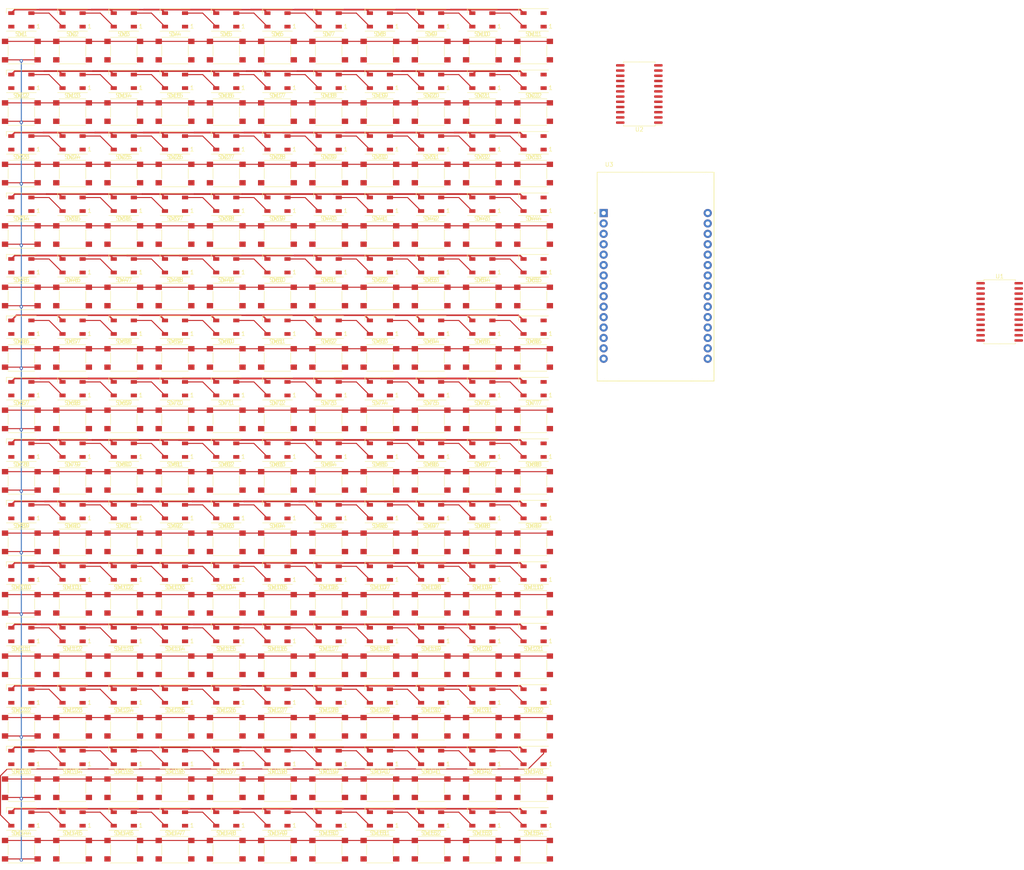
<source format=kicad_pcb>
(kicad_pcb (version 20221018) (generator pcbnew)
  (layers (0 "F.Cu" signal) (31 "B.Cu" signal) (34 "B.Paste" user) (35 "F.Paste" user) (36 "B.SilkS" user "B.Silkscreen") (37 "F.SilkS" user "F.Silkscreen") (38 "B.Mask" user) (39 "F.Mask" user) (44 "Edge.Cuts" user))
  (net 0 "")
  (net 1 "STATE")
  (net 2 "Col8")
  (net 3 "Col7")
  (net 4 "Col6")
  (net 5 "Col5")
  (net 6 "Col4")
  (net 7 "Col3")
  (net 8 "Col2")
  (net 9 "Col1")
  (net 10 "C_SEL1")
  (net 11 "C_SEL2")
  (net 12 "GND")
  (net 13 "C_SEL4")
  (net 14 "C_SEL3")
  (net 15 "+5V")
  (net 16 "Net-(D1-DOUT)")
  (net 17 "LED_IN")
  (net 18 "Net-(D2-DOUT)")
  (net 19 "Net-(D3-DOUT)")
  (net 20 "Col11")
  (net 21 "Col10")
  (net 22 "Col9")
  (net 23 "VCC")
  (net 24 "Row10")
  (net 25 "Row9")
  (net 26 "Row8")
  (net 27 "Row7")
  (net 28 "Row6")
  (net 29 "Row5")
  (net 30 "Net-(D4-DOUT)")
  (net 31 "Net-(D5-DOUT)")
  (net 32 "R_SEL1")
  (net 33 "R_SEL2")
  (net 34 "R_SEL4")
  (net 35 "R_SEL3")
  (net 36 "Row18")
  (net 37 "Row17")
  (net 38 "Row16")
  (net 39 "Row15")
  (net 40 "Row14")
  (net 41 "Row13")
  (net 42 "Row12")
  (net 43 "Row11")
  (net 44 "Net-(D6-DOUT)")
  (net 45 "Net-(D7-DOUT)")
  (net 46 "Net-(D8-DOUT)")
  (net 47 "Net-(D10-DIN)")
  (net 48 "Net-(D10-DOUT)")
  (net 49 "Net-(D11-DOUT)")
  (net 50 "Net-(D12-DOUT)")
  (net 51 "Net-(D13-DOUT)")
  (net 52 "Net-(D14-DOUT)")
  (net 53 "Net-(D15-DOUT)")
  (net 54 "Net-(D16-DOUT)")
  (net 55 "Net-(D17-DOUT)")
  (net 56 "Net-(D18-DOUT)")
  (net 57 "Net-(D19-DOUT)")
  (net 58 "Net-(D20-DOUT)")
  (net 59 "Net-(D21-DOUT)")
  (net 60 "Net-(D22-DOUT)")
  (net 61 "Net-(D23-DOUT)")
  (net 62 "Net-(D24-DOUT)")
  (net 63 "Net-(D25-DOUT)")
  (net 64 "Net-(D26-DOUT)")
  (net 65 "Net-(D27-DOUT)")
  (net 66 "Net-(D28-DOUT)")
  (net 67 "Net-(D29-DOUT)")
  (net 68 "Net-(D30-DOUT)")
  (net 69 "Net-(D31-DOUT)")
  (net 70 "Net-(D32-DOUT)")
  (net 71 "Net-(D33-DOUT)")
  (net 72 "Net-(D34-DOUT)")
  (net 73 "Net-(D35-DOUT)")
  (net 74 "Net-(D36-DOUT)")
  (net 75 "Net-(D37-DOUT)")
  (net 76 "Net-(D38-DOUT)")
  (net 77 "Net-(D39-DOUT)")
  (net 78 "Net-(D40-DOUT)")
  (net 79 "Net-(D41-DOUT)")
  (net 80 "Net-(D42-DOUT)")
  (net 81 "Net-(D43-DOUT)")
  (net 82 "Net-(D44-DOUT)")
  (net 83 "Net-(D45-DOUT)")
  (net 84 "Net-(D46-DOUT)")
  (net 85 "Net-(D47-DOUT)")
  (net 86 "Net-(D48-DOUT)")
  (net 87 "Net-(D49-DOUT)")
  (net 88 "Net-(D50-DOUT)")
  (net 89 "Net-(D51-DOUT)")
  (net 90 "Net-(D52-DOUT)")
  (net 91 "Net-(D53-DOUT)")
  (net 92 "Net-(D54-DOUT)")
  (net 93 "Net-(D55-DOUT)")
  (net 94 "Net-(D56-DOUT)")
  (net 95 "Net-(D57-DOUT)")
  (net 96 "Net-(D58-DOUT)")
  (net 97 "Net-(D59-DOUT)")
  (net 98 "Net-(D60-DOUT)")
  (net 99 "Net-(D61-DOUT)")
  (net 100 "Net-(D62-DOUT)")
  (net 101 "Net-(D63-DOUT)")
  (net 102 "Net-(D64-DOUT)")
  (net 103 "Net-(D65-DOUT)")
  (net 104 "Net-(D66-DOUT)")
  (net 105 "Net-(D67-DOUT)")
  (net 106 "Net-(D68-DOUT)")
  (net 107 "Net-(D69-DOUT)")
  (net 108 "Net-(D70-DOUT)")
  (net 109 "Net-(D71-DOUT)")
  (net 110 "Net-(D72-DOUT)")
  (net 111 "Net-(D73-DOUT)")
  (net 112 "Net-(D74-DOUT)")
  (net 113 "Net-(D75-DOUT)")
  (net 114 "Net-(D76-DOUT)")
  (net 115 "Net-(D77-DOUT)")
  (net 116 "Net-(D78-DOUT)")
  (net 117 "Net-(D79-DOUT)")
  (net 118 "Net-(D80-DOUT)")
  (net 119 "Net-(D81-DOUT)")
  (net 120 "Net-(D82-DOUT)")
  (net 121 "Net-(D83-DOUT)")
  (net 122 "Net-(D84-DOUT)")
  (net 123 "Net-(D85-DOUT)")
  (net 124 "Net-(D86-DOUT)")
  (net 125 "Net-(D87-DOUT)")
  (net 126 "Net-(D88-DOUT)")
  (net 127 "Net-(D89-DOUT)")
  (net 128 "Net-(D90-DOUT)")
  (net 129 "Net-(D91-DOUT)")
  (net 130 "Net-(D92-DOUT)")
  (net 131 "Net-(D93-DOUT)")
  (net 132 "Net-(D94-DOUT)")
  (net 133 "Net-(D95-DOUT)")
  (net 134 "Net-(D96-DOUT)")
  (net 135 "Net-(D97-DOUT)")
  (net 136 "Net-(D98-DOUT)")
  (net 137 "Net-(D100-DIN)")
  (net 138 "Net-(D100-DOUT)")
  (net 139 "Net-(D101-DOUT)")
  (net 140 "Net-(D102-DOUT)")
  (net 141 "Net-(D103-DOUT)")
  (net 142 "Net-(D104-DOUT)")
  (net 143 "Net-(D105-DOUT)")
  (net 144 "Net-(D106-DOUT)")
  (net 145 "Net-(D107-DOUT)")
  (net 146 "Net-(D108-DOUT)")
  (net 147 "Net-(D109-DOUT)")
  (net 148 "Net-(D110-DOUT)")
  (net 149 "Net-(D111-DOUT)")
  (net 150 "Net-(D112-DOUT)")
  (net 151 "Net-(D113-DOUT)")
  (net 152 "Net-(D114-DOUT)")
  (net 153 "Net-(D115-DOUT)")
  (net 154 "Net-(D116-DOUT)")
  (net 155 "Net-(D117-DOUT)")
  (net 156 "Net-(D118-DOUT)")
  (net 157 "Net-(D119-DOUT)")
  (net 158 "Net-(D120-DOUT)")
  (net 159 "Net-(D121-DOUT)")
  (net 160 "Net-(D122-DOUT)")
  (net 161 "Net-(D123-DOUT)")
  (net 162 "Net-(D124-DOUT)")
  (net 163 "Net-(D125-DOUT)")
  (net 164 "Net-(D126-DOUT)")
  (net 165 "Net-(D127-DOUT)")
  (net 166 "Net-(D128-DOUT)")
  (net 167 "Net-(D129-DOUT)")
  (net 168 "Net-(D130-DOUT)")
  (net 169 "Net-(D131-DOUT)")
  (net 170 "Net-(D132-DOUT)")
  (net 171 "Net-(D133-DOUT)")
  (net 172 "Net-(D134-DOUT)")
  (net 173 "Net-(D135-DOUT)")
  (net 174 "Net-(D136-DOUT)")
  (net 175 "Net-(D137-DOUT)")
  (net 176 "Net-(D138-DOUT)")
  (net 177 "Net-(D139-DOUT)")
  (net 178 "Net-(D140-DOUT)")
  (net 179 "Net-(D141-DOUT)")
  (net 180 "Net-(D142-DOUT)")
  (net 181 "Net-(D143-DOUT)")
  (net 182 "Net-(D144-DOUT)")
  (net 183 "Net-(D145-DOUT)")
  (net 184 "Net-(D146-DOUT)")
  (net 185 "Net-(D147-DOUT)")
  (net 186 "Net-(D148-DOUT)")
  (net 187 "Net-(D149-DOUT)")
  (net 188 "Net-(D150-DOUT)")
  (net 189 "Net-(D151-DOUT)")
  (net 190 "Net-(D152-DOUT)")
  (net 191 "Net-(D153-DOUT)")
  (footprint "Button_Switch_SMD:SW_Push_1P1T_NO_6x6mm_H9.5mm" (layer "F.Cu") (at 70 40)
    (fp_text reference "SW16")
    (fp_text value "SW_Push")
  )
  (footprint "LED_SMD:LED_WS2812B_PLCC4_5.0x5.0mm_P3.2mm" (layer "F.Cu") (at 20 92.5 180)
    (fp_text reference "D56")
    (fp_text value "WS2812B")
  )
  (footprint "Button_Switch_SMD:SW_Push_1P1T_NO_6x6mm_H9.5mm" (layer "F.Cu") (at 120 175)
    (fp_text reference "SW119")
    (fp_text value "SW_Push")
  )
  (footprint "Button_Switch_SMD:SW_Push_1P1T_NO_6x6mm_H9.5mm" (layer "F.Cu") (at 57.5 130)
    (fp_text reference "SW81")
    (fp_text value "SW_Push")
  )
  (footprint "LED_SMD:LED_WS2812B_PLCC4_5.0x5.0mm_P3.2mm" (layer "F.Cu") (at 32.5 152.5 180)
    (fp_text reference "D101")
    (fp_text value "WS2812B")
  )
  (footprint "Button_Switch_SMD:SW_Push_1P1T_NO_6x6mm_H9.5mm" (layer "F.Cu") (at 95 115)
    (fp_text reference "SW73")
    (fp_text value "SW_Push")
  )
  (footprint "Button_Switch_SMD:SW_Push_1P1T_NO_6x6mm_H9.5mm" (layer "F.Cu") (at 95 175)
    (fp_text reference "SW117")
    (fp_text value "SW_Push")
  )
  (footprint "Button_Switch_SMD:SW_Push_1P1T_NO_6x6mm_H9.5mm" (layer "F.Cu") (at 95 160)
    (fp_text reference "SW106")
    (fp_text value "SW_Push")
  )
  (footprint "LED_SMD:LED_WS2812B_PLCC4_5.0x5.0mm_P3.2mm" (layer "F.Cu") (at 95 122.5 180)
    (fp_text reference "D84")
    (fp_text value "WS2812B")
  )
  (footprint "LED_SMD:LED_WS2812B_PLCC4_5.0x5.0mm_P3.2mm" (layer "F.Cu") (at 107.5 122.5 180)
    (fp_text reference "D85")
    (fp_text value "WS2812B")
  )
  (footprint "Button_Switch_SMD:SW_Push_1P1T_NO_6x6mm_H9.5mm" (layer "F.Cu") (at 57.5 25)
    (fp_text reference "SW4")
    (fp_text value "SW_Push")
  )
  (footprint "Button_Switch_SMD:SW_Push_1P1T_NO_6x6mm_H9.5mm" (layer "F.Cu") (at 145 130)
    (fp_text reference "SW88")
    (fp_text value "SW_Push")
  )
  (footprint "Button_Switch_SMD:SW_Push_1P1T_NO_6x6mm_H9.5mm" (layer "F.Cu") (at 32.5 100)
    (fp_text reference "SW57")
    (fp_text value "SW_Push")
  )
  (footprint "Button_Switch_SMD:SW_Push_1P1T_NO_6x6mm_H9.5mm" (layer "F.Cu") (at 57.5 205)
    (fp_text reference "SW136")
    (fp_text value "SW_Push")
  )
  (footprint "Button_Switch_SMD:SW_Push_1P1T_NO_6x6mm_H9.5mm" (layer "F.Cu") (at 107.5 175)
    (fp_text reference "SW118")
    (fp_text value "SW_Push")
  )
  (footprint "LED_SMD:LED_WS2812B_PLCC4_5.0x5.0mm_P3.2mm" (layer "F.Cu") (at 145 152.5 180)
    (fp_text reference "D110")
    (fp_text value "WS2812B")
  )
  (footprint "Button_Switch_SMD:SW_Push_1P1T_NO_6x6mm_H9.5mm" (layer "F.Cu") (at 20 55)
    (fp_text reference "SW23")
    (fp_text value "SW_Push")
  )
  (footprint "LED_SMD:LED_WS2812B_PLCC4_5.0x5.0mm_P3.2mm" (layer "F.Cu") (at 45 152.5 180)
    (fp_text reference "D102")
    (fp_text value "WS2812B")
  )
  (footprint "Button_Switch_SMD:SW_Push_1P1T_NO_6x6mm_H9.5mm" (layer "F.Cu") (at 107.5 100)
    (fp_text reference "SW63")
    (fp_text value "SW_Push")
  )
  (footprint "LED_SMD:LED_WS2812B_PLCC4_5.0x5.0mm_P3.2mm" (layer "F.Cu") (at 32.5 197.5 180)
    (fp_text reference "D134")
    (fp_text value "WS2812B")
  )
  (footprint "Button_Switch_SMD:SW_Push_1P1T_NO_6x6mm_H9.5mm" (layer "F.Cu") (at 95 205)
    (fp_text reference "SW139")
    (fp_text value "SW_Push")
  )
  (footprint "LED_SMD:LED_WS2812B_PLCC4_5.0x5.0mm_P3.2mm" (layer "F.Cu") (at 120 62.5 180)
    (fp_text reference "D42")
    (fp_text value "WS2812B")
  )
  (footprint "LED_SMD:LED_WS2812B_PLCC4_5.0x5.0mm_P3.2mm" (layer "F.Cu") (at 107.5 32.5 180)
    (fp_text reference "D19")
    (fp_text value "WS2812B")
  )
  (footprint "LED_SMD:LED_WS2812B_PLCC4_5.0x5.0mm_P3.2mm" (layer "F.Cu") (at 95 137.5 180)
    (fp_text reference "D95")
    (fp_text value "WS2812B")
  )
  (footprint "Button_Switch_SMD:SW_Push_1P1T_NO_6x6mm_H9.5mm" (layer "F.Cu") (at 120 40)
    (fp_text reference "SW20")
    (fp_text value "SW_Push")
  )
  (footprint "LED_SMD:LED_WS2812B_PLCC4_5.0x5.0mm_P3.2mm" (layer "F.Cu") (at 120 137.5 180)
    (fp_text reference "D97")
    (fp_text value "WS2812B")
  )
  (footprint "Button_Switch_SMD:SW_Push_1P1T_NO_6x6mm_H9.5mm" (layer "F.Cu") (at 120 25)
    (fp_text reference "SW9")
    (fp_text value "SW_Push")
  )
  (footprint "Button_Switch_SMD:SW_Push_1P1T_NO_6x6mm_H9.5mm" (layer "F.Cu") (at 32.5 40)
    (fp_text reference "SW13")
    (fp_text value "SW_Push")
  )
  (footprint "LED_SMD:LED_WS2812B_PLCC4_5.0x5.0mm_P3.2mm" (layer "F.Cu") (at 120 152.5 180)
    (fp_text reference "D108")
    (fp_text value "WS2812B")
  )
  (footprint "Button_Switch_SMD:SW_Push_1P1T_NO_6x6mm_H9.5mm" (layer "F.Cu") (at 45 115)
    (fp_text reference "SW69")
    (fp_text value "SW_Push")
  )
  (footprint "LED_SMD:LED_WS2812B_PLCC4_5.0x5.0mm_P3.2mm" (layer "F.Cu") (at 120 47.5 180)
    (fp_text reference "D31")
    (fp_text value "WS2812B")
  )
  (footprint "Button_Switch_SMD:SW_Push_1P1T_NO_6x6mm_H9.5mm" (layer "F.Cu") (at 45 70)
    (fp_text reference "SW36")
    (fp_text value "SW_Push")
  )
  (footprint "LED_SMD:LED_WS2812B_PLCC4_5.0x5.0mm_P3.2mm" (layer "F.Cu") (at 45 17.5 180)
    (fp_text reference "D3")
    (fp_text value "WS2812B")
  )
  (footprint "LED_SMD:LED_WS2812B_PLCC4_5.0x5.0mm_P3.2mm" (layer "F.Cu") (at 57.5 137.5 180)
    (fp_text reference "D92")
    (fp_text value "WS2812B")
  )
  (footprint "Button_Switch_SMD:SW_Push_1P1T_NO_6x6mm_H9.5mm" (layer "F.Cu") (at 70 145)
    (fp_text reference "SW93")
    (fp_text value "SW_Push")
  )
  (footprint "Button_Switch_SMD:SW_Push_1P1T_NO_6x6mm_H9.5mm" (layer "F.Cu") (at 95 40)
    (fp_text reference "SW18")
    (fp_text value "SW_Push")
  )
  (footprint "Button_Switch_SMD:SW_Push_1P1T_NO_6x6mm_H9.5mm" (layer "F.Cu") (at 120 85)
    (fp_text reference "SW53")
    (fp_text value "SW_Push")
  )
  (footprint "Button_Switch_SMD:SW_Push_1P1T_NO_6x6mm_H9.5mm" (layer "F.Cu") (at 57.5 220)
    (fp_text reference "SW147")
    (fp_text value "SW_Push")
  )
  (footprint "Button_Switch_SMD:SW_Push_1P1T_NO_6x6mm_H9.5mm" (layer "F.Cu") (at 107.5 190)
    (fp_text reference "SW129")
    (fp_text value "SW_Push")
  )
  (footprint "Button_Switch_SMD:SW_Push_1P1T_NO_6x6mm_H9.5mm" (layer "F.Cu") (at 120 55)
    (fp_text reference "SW31")
    (fp_text value "SW_Push")
  )
  (footprint "Button_Switch_SMD:SW_Push_1P1T_NO_6x6mm_H9.5mm" (layer "F.Cu") (at 45 100)
    (fp_text reference "SW58")
    (fp_text value "SW_Push")
  )
  (footprint "LED_SMD:LED_WS2812B_PLCC4_5.0x5.0mm_P3.2mm" (layer "F.Cu") (at 82.5 152.5 180)
    (fp_text reference "D105")
    (fp_text value "WS2812B")
  )
  (footprint "LED_SMD:LED_WS2812B_PLCC4_5.0x5.0mm_P3.2mm" (layer "F.Cu") (at 45 122.5 180)
    (fp_text reference "D80")
    (fp_text value "WS2812B")
  )
  (footprint "Button_Switch_SMD:SW_Push_1P1T_NO_6x6mm_H9.5mm" (layer "F.Cu") (at 20 25)
    (fp_text reference "SW1")
    (fp_text value "SW_Push")
  )
  (footprint "LED_SMD:LED_WS2812B_PLCC4_5.0x5.0mm_P3.2mm" (layer "F.Cu") (at 132.5 92.5 180)
    (fp_text reference "D65")
    (fp_text value "WS2812B")
  )
  (footprint "Button_Switch_SMD:SW_Push_1P1T_NO_6x6mm_H9.5mm" (layer "F.Cu") (at 95 85)
    (fp_text reference "SW51")
    (fp_text value "SW_Push")
  )
  (footprint "LED_SMD:LED_WS2812B_PLCC4_5.0x5.0mm_P3.2mm" (layer "F.Cu") (at 20 152.5 180)
    (fp_text reference "D100")
    (fp_text value "WS2812B")
  )
  (footprint "Button_Switch_SMD:SW_Push_1P1T_NO_6x6mm_H9.5mm" (layer "F.Cu") (at 132.5 190)
    (fp_text reference "SW131")
    (fp_text value "SW_Push")
  )
  (footprint "Button_Switch_SMD:SW_Push_1P1T_NO_6x6mm_H9.5mm" (layer "F.Cu") (at 120 130)
    (fp_text reference "SW86")
    (fp_text value "SW_Push")
  )
  (footprint "Button_Switch_SMD:SW_Push_1P1T_NO_6x6mm_H9.5mm" (layer "F.Cu") (at 70 160)
    (fp_text reference "SW104")
    (fp_text value "SW_Push")
  )
  (footprint "LED_SMD:LED_WS2812B_PLCC4_5.0x5.0mm_P3.2mm" (layer "F.Cu") (at 145 17.5 180)
    (fp_text reference "D11")
    (fp_text value "WS2812B")
  )
  (footprint "LED_SMD:LED_WS2812B_PLCC4_5.0x5.0mm_P3.2mm" (layer "F.Cu") (at 107.5 47.5 180)
    (fp_text reference "D30")
    (fp_text value "WS2812B")
  )
  (footprint "Button_Switch_SMD:SW_Push_1P1T_NO_6x6mm_H9.5mm" (layer "F.Cu") (at 82.5 25)
    (fp_text reference "SW6")
    (fp_text value "SW_Push")
  )
  (footprint "Button_Switch_SMD:SW_Push_1P1T_NO_6x6mm_H9.5mm" (layer "F.Cu") (at 82.5 220)
    (fp_text reference "SW149")
    (fp_text value "SW_Push")
  )
  (footprint "LED_SMD:LED_WS2812B_PLCC4_5.0x5.0mm_P3.2mm" (layer "F.Cu") (at 120 122.5 180)
    (fp_text reference "D86")
    (fp_text value "WS2812B")
  )
  (footprint "Button_Switch_SMD:SW_Push_1P1T_NO_6x6mm_H9.5mm" (layer "F.Cu") (at 145 40)
    (fp_text reference "SW22")
    (fp_text value "SW_Push")
  )
  (footprint "Button_Switch_SMD:SW_Push_1P1T_NO_6x6mm_H9.5mm" (layer "F.Cu") (at 82.5 145)
    (fp_text reference "SW94")
    (fp_text value "SW_Push")
  )
  (footprint "Button_Switch_SMD:SW_Push_1P1T_NO_6x6mm_H9.5mm" (layer "F.Cu") (at 145 85)
    (fp_text reference "SW55")
    (fp_text value "SW_Push")
  )
  (footprint "LED_SMD:LED_WS2812B_PLCC4_5.0x5.0mm_P3.2mm" (layer "F.Cu") (at 57.5 167.5 180)
    (fp_text reference "D114")
    (fp_text value "WS2812B")
  )
  (footprint "Button_Switch_SMD:SW_Push_1P1T_NO_6x6mm_H9.5mm" (layer "F.Cu") (at 107.5 85)
    (fp_text reference "SW52")
    (fp_text value "SW_Push")
  )
  (footprint "Button_Switch_SMD:SW_Push_1P1T_NO_6x6mm_H9.5mm" (layer "F.Cu") (at 120 145)
    (fp_text reference "SW97")
    (fp_text value "SW_Push")
  )
  (footprint "LED_SMD:LED_WS2812B_PLCC4_5.0x5.0mm_P3.2mm" (layer "F.Cu") (at 45 137.5 180)
    (fp_text reference "D91")
    (fp_text value "WS2812B")
  )
  (footprint "LED_SMD:LED_WS2812B_PLCC4_5.0x5.0mm_P3.2mm" (layer "F.Cu") (at 70 17.5 180)
    (fp_text reference "D5")
    (fp_text value "WS2812B")
  )
  (footprint "LED_SMD:LED_WS2812B_PLCC4_5.0x5.0mm_P3.2mm" (layer "F.Cu") (at 107.5 92.5 180)
    (fp_text reference "D63")
    (fp_text value "WS2812B")
  )
  (footprint "LED_SMD:LED_WS2812B_PLCC4_5.0x5.0mm_P3.2mm" (layer "F.Cu") (at 82.5 137.5 180)
    (fp_text reference "D94")
    (fp_text value "WS2812B")
  )
  (footprint "LED_SMD:LED_WS2812B_PLCC4_5.0x5.0mm_P3.2mm" (layer "F.Cu") (at 20 137.5 180)
    (fp_text reference "D89")
    (fp_text value "WS2812B")
  )
  (footprint "LED_SMD:LED_WS2812B_PLCC4_5.0x5.0mm_P3.2mm" (layer "F.Cu") (at 95 152.5 180)
    (fp_text reference "D106")
    (fp_text value "WS2812B")
  )
  (footprint "LED_SMD:LED_WS2812B_PLCC4_5.0x5.0mm_P3.2mm" (layer "F.Cu") (at 82.5 107.5 180)
    (fp_text reference "D72")
    (fp_text value "WS2812B")
  )
  (footprint "LED_SMD:LED_WS2812B_PLCC4_5.0x5.0mm_P3.2mm" (layer "F.Cu") (at 107.5 152.5 180)
    (fp_text reference "D107")
    (fp_text value "WS2812B")
  )
  (footprint "LED_SMD:LED_WS2812B_PLCC4_5.0x5.0mm_P3.2mm" (layer "F.Cu") (at 45 62.5 180)
    (fp_text reference "D36")
    (fp_text value "WS2812B")
  )
  (footprint "Button_Switch_SMD:SW_Push_1P1T_NO_6x6mm_H9.5mm" (layer "F.Cu") (at 32.5 175)
    (fp_text reference "SW112")
    (fp_text value "SW_Push")
  )
  (footprint "Button_Switch_SMD:SW_Push_1P1T_NO_6x6mm_H9.5mm" (layer "F.Cu") (at 132.5 205)
    (fp_text reference "SW142")
    (fp_text value "SW_Push")
  )
  (footprint "Button_Switch_SMD:SW_Push_1P1T_NO_6x6mm_H9.5mm" (layer "F.Cu") (at 70 220)
    (fp_text reference "SW148")
    (fp_text value "SW_Push")
  )
  (footprint "Button_Switch_SMD:SW_Push_1P1T_NO_6x6mm_H9.5mm" (layer "F.Cu") (at 82.5 160)
    (fp_text reference "SW105")
    (fp_text value "SW_Push")
  )
  (footprint "LED_SMD:LED_WS2812B_PLCC4_5.0x5.0mm_P3.2mm" (layer "F.Cu") (at 70 107.5 180)
    (fp_text reference "D71")
    (fp_text value "WS2812B")
  )
  (footprint "Button_Switch_SMD:SW_Push_1P1T_NO_6x6mm_H9.5mm" (layer "F.Cu") (at 70 115)
    (fp_text reference "SW71")
    (fp_text value "SW_Push")
  )
  (footprint "LED_SMD:LED_WS2812B_PLCC4_5.0x5.0mm_P3.2mm" (layer "F.Cu") (at 132.5 197.5 180)
    (fp_text reference "D142")
    (fp_text value "WS2812B")
  )
  (footprint "LED_SMD:LED_WS2812B_PLCC4_5.0x5.0mm_P3.2mm" (layer "F.Cu") (at 120 77.5 180)
    (fp_text reference "D53")
    (fp_text value "WS2812B")
  )
  (footprint "LED_SMD:LED_WS2812B_PLCC4_5.0x5.0mm_P3.2mm" (layer "F.Cu") (at 107.5 197.5 180)
    (fp_text reference "D140")
    (fp_text value "WS2812B")
  )
  (footprint "LED_SMD:LED_WS2812B_PLCC4_5.0x5.0mm_P3.2mm" (layer "F.Cu") (at 70 137.5 180)
    (fp_text reference "D93")
    (fp_text value "WS2812B")
  )
  (footprint "LED_SMD:LED_WS2812B_PLCC4_5.0x5.0mm_P3.2mm" (layer "F.Cu") (at 132.5 152.5 180)
    (fp_text reference "D109")
    (fp_text value "WS2812B")
  )
  (footprint "Button_Switch_SMD:SW_Push_1P1T_NO_6x6mm_H9.5mm" (layer "F.Cu") (at 45 220)
    (fp_text reference "SW146")
    (fp_text value "SW_Push")
  )
  (footprint "LED_SMD:LED_WS2812B_PLCC4_5.0x5.0mm_P3.2mm" (layer "F.Cu") (at 120 167.5 180)
    (fp_text reference "D119")
    (fp_text value "WS2812B")
  )
  (footprint "Button_Switch_SMD:SW_Push_1P1T_NO_6x6mm_H9.5mm" (layer "F.Cu") (at 57.5 160)
    (fp_text reference "SW103")
    (fp_text value "SW_Push")
  )
  (footprint "Button_Switch_SMD:SW_Push_1P1T_NO_6x6mm_H9.5mm" (layer "F.Cu") (at 95 25)
    (fp_text reference "SW7")
    (fp_text value "SW_Push")
  )
  (footprint "Button_Switch_SMD:SW_Push_1P1T_NO_6x6mm_H9.5mm" (layer "F.Cu") (at 45 25)
    (fp_text reference "SW3")
    (fp_text value "SW_Push")
  )
  (footprint "Button_Switch_SMD:SW_Push_1P1T_NO_6x6mm_H9.5mm" (layer "F.Cu") (at 82.5 175)
    (fp_text reference "SW116")
    (fp_text value "SW_Push")
  )
  (footprint "Button_Switch_SMD:SW_Push_1P1T_NO_6x6mm_H9.5mm" (layer "F.Cu") (at 82.5 70)
    (fp_text reference "SW39")
    (fp_text value "SW_Push")
  )
  (footprint "Button_Switch_SMD:SW_Push_1P1T_NO_6x6mm_H9.5mm" (layer "F.Cu") (at 107.5 40)
    (fp_text reference "SW19")
    (fp_text value "SW_Push")
  )
  (footprint "LED_SMD:LED_WS2812B_PLCC4_5.0x5.0mm_P3.2mm" (layer "F.Cu") (at 45 107.5 180)
    (fp_text reference "D69")
    (fp_text value "WS2812B")
  )
  (footprint "LED_SMD:LED_WS2812B_PLCC4_5.0x5.0mm_P3.2mm" (layer "F.Cu") (at 120 107.5 180)
    (fp_text reference "D75")
    (fp_text value "WS2812B")
  )
  (footprint "LED_SMD:LED_WS2812B_PLCC4_5.0x5.0mm_P3.2mm" (layer "F.Cu") (at 20 17.5 180)
    (fp_text reference "D1")
    (fp_text value "WS2812B")
  )
  (footprint "Button_Switch_SMD:SW_Push_1P1T_NO_6x6mm_H9.5mm" (layer "F.Cu") (at 95 100)
    (fp_text reference "SW62")
    (fp_text value "SW_Push")
  )
  (footprint "LED_SMD:LED_WS2812B_PLCC4_5.0x5.0mm_P3.2mm" (layer "F.Cu") (at 70 92.5 180)
    (fp_text reference "D60")
    (fp_text value "WS2812B")
  )
  (footprint "Button_Switch_SMD:SW_Push_1P1T_NO_6x6mm_H9.5mm" (layer "F.Cu") (at 107.5 130)
    (fp_text reference "SW85")
    (fp_text value "SW_Push")
  )
  (footprint "LED_SMD:LED_WS2812B_PLCC4_5.0x5.0mm_P3.2mm" (layer "F.Cu") (at 82.5 77.5 180)
    (fp_text reference "D50")
    (fp_text value "WS2812B")
  )
  (footprint "LED_SMD:LED_WS2812B_PLCC4_5.0x5.0mm_P3.2mm" (layer "F.Cu") (at 32.5 32.5 180)
    (fp_text reference "D13")
    (fp_text value "WS2812B")
  )
  (footprint "LED_SMD:LED_WS2812B_PLCC4_5.0x5.0mm_P3.2mm" (layer "F.Cu") (at 70 77.5 180)
    (fp_text reference "D49")
    (fp_text value "WS2812B")
  )
  (footprint "LED_SMD:LED_WS2812B_PLCC4_5.0x5.0mm_P3.2mm" (layer "F.Cu") (at 32.5 182.5 180)
    (fp_text reference "D123")
    (fp_text value "WS2812B")
  )
  (footprint "LED_SMD:LED_WS2812B_PLCC4_5.0x5.0mm_P3.2mm" (layer "F.Cu") (at 145 167.5 180)
    (fp_text reference "D121")
    (fp_text value "WS2812B")
  )
  (footprint "Button_Switch_SMD:SW_Push_1P1T_NO_6x6mm_H9.5mm" (layer "F.Cu") (at 32.5 70)
    (fp_text reference "SW35")
    (fp_text value "SW_Push")
  )
  (footprint "Button_Switch_SMD:SW_Push_1P1T_NO_6x6mm_H9.5mm" (layer "F.Cu") (at 70 175)
    (fp_text reference "SW115")
    (fp_text value "SW_Push")
  )
  (footprint "LED_SMD:LED_WS2812B_PLCC4_5.0x5.0mm_P3.2mm" (layer "F.Cu") (at 82.5 167.5 180)
    (fp_text reference "D116")
    (fp_text value "WS2812B")
  )
  (footprint "LED_SMD:LED_WS2812B_PLCC4_5.0x5.0mm_P3.2mm" (layer "F.Cu") (at 20 77.5 180)
    (fp_text reference "D45")
    (fp_text value "WS2812B")
  )
  (footprint "LED_SMD:LED_WS2812B_PLCC4_5.0x5.0mm_P3.2mm" (layer "F.Cu") (at 70 182.5 180)
    (fp_text reference "D126")
    (fp_text value "WS2812B")
  )
  (footprint "Button_Switch_SMD:SW_Push_1P1T_NO_6x6mm_H9.5mm" (layer "F.Cu") (at 20 40)
    (fp_text reference "SW12")
    (fp_text value "SW_Push")
  )
  (footprint "Button_Switch_SMD:SW_Push_1P1T_NO_6x6mm_H9.5mm" (layer "F.Cu") (at 145 190)
    (fp_text reference "SW132")
    (fp_text value "SW_Push")
  )
  (footprint "Button_Switch_SMD:SW_Push_1P1T_NO_6x6mm_H9.5mm" (layer "F.Cu") (at 82.5 130)
    (fp_text reference "SW83")
    (fp_text value "SW_Push")
  )
  (footprint "Button_Switch_SMD:SW_Push_1P1T_NO_6x6mm_H9.5mm" (layer "F.Cu") (at 82.5 115)
    (fp_text reference "SW72")
    (fp_text value "SW_Push")
  )
  (footprint "Button_Switch_SMD:SW_Push_1P1T_NO_6x6mm_H9.5mm" (layer "F.Cu") (at 95 55)
    (fp_text reference "SW29")
    (fp_text value "SW_Push")
  )
  (footprint "Button_Switch_SMD:SW_Push_1P1T_NO_6x6mm_H9.5mm" (layer "F.Cu") (at 45 40)
    (fp_text reference "SW14")
    (fp_text value "SW_Push")
  )
  (footprint "LED_SMD:LED_WS2812B_PLCC4_5.0x5.0mm_P3.2mm" (layer "F.Cu") (at 45 77.5 180)
    (fp_text reference "D47")
    (fp_text value "WS2812B")
  )
  (footprint "LED_SMD:LED_WS2812B_PLCC4_5.0x5.0mm_P3.2mm" (layer "F.Cu") (at 107.5 77.5 180)
    (fp_text reference "D52")
    (fp_text value "WS2812B")
  )
  (footprint "Button_Switch_SMD:SW_Push_1P1T_NO_6x6mm_H9.5mm" (layer "F.Cu") (at 132.5 145)
    (fp_text reference "SW98")
    (fp_text value "SW_Push")
  )
  (footprint "Button_Switch_SMD:SW_Push_1P1T_NO_6x6mm_H9.5mm" (layer "F.Cu") (at 132.5 70)
    (fp_text reference "SW43")
    (fp_text value "SW_Push")
  )
  (footprint "Button_Switch_SMD:SW_Push_1P1T_NO_6x6mm_H9.5mm" (layer "F.Cu") (at 57.5 40)
    (fp_text reference "SW15")
    (fp_text value "SW_Push")
  )
  (footprint "Button_Switch_SMD:SW_Push_1P1T_NO_6x6mm_H9.5mm" (layer "F.Cu") (at 145 145)
    (fp_text reference "SW99")
    (fp_text value "SW_Push")
  )
  (footprint "Button_Switch_SMD:SW_Push_1P1T_NO_6x6mm_H9.5mm" (layer "F.Cu") (at 32.5 130)
    (fp_text reference "SW79")
    (fp_text value "SW_Push")
  )
  (footprint "Button_Switch_SMD:SW_Push_1P1T_NO_6x6mm_H9.5mm" (layer "F.Cu") (at 32.5 25)
    (fp_text reference "SW2")
    (fp_text value "SW_Push")
  )
  (footprint "LED_SMD:LED_WS2812B_PLCC4_5.0x5.0mm_P3.2mm" (layer "F.Cu") (at 145 47.5 180)
    (fp_text reference "D33")
    (fp_text value "WS2812B")
  )
  (footprint "LED_SMD:LED_WS2812B_PLCC4_5.0x5.0mm_P3.2mm" (layer "F.Cu") (at 32.5 167.5 180)
    (fp_text reference "D112")
    (fp_text value "WS2812B")
  )
  (footprint "Button_Switch_SMD:SW_Push_1P1T_NO_6x6mm_H9.5mm" (layer "F.Cu") (at 132.5 130)
    (fp_text reference "SW87")
    (fp_text value "SW_Push")
  )
  (footprint "LED_SMD:LED_WS2812B_PLCC4_5.0x5.0mm_P3.2mm" (layer "F.Cu") (at 45 197.5 180)
    (fp_text reference "D135")
    (fp_text value "WS2812B")
  )
  (footprint "Button_Switch_SMD:SW_Push_1P1T_NO_6x6mm_H9.5mm" (layer "F.Cu") (at 45 130)
    (fp_text reference "SW80")
    (fp_text value "SW_Push")
  )
  (footprint "LED_SMD:LED_WS2812B_PLCC4_5.0x5.0mm_P3.2mm" (layer "F.Cu") (at 107.5 107.5 180)
    (fp_text reference "D74")
    (fp_text value "WS2812B")
  )
  (footprint "Button_Switch_SMD:SW_Push_1P1T_NO_6x6mm_H9.5mm" (layer "F.Cu") (at 20 145)
    (fp_text reference "SW89")
    (fp_text value "SW_Push")
  )
  (footprint "Button_Switch_SMD:SW_Push_1P1T_NO_6x6mm_H9.5mm" (layer "F.Cu") (at 132.5 175)
    (fp_text reference "SW120")
    (fp_text value "SW_Push")
  )
  (footprint "Button_Switch_SMD:SW_Push_1P1T_NO_6x6mm_H9.5mm" (layer "F.Cu") (at 107.5 205)
    (fp_text reference "SW140")
    (fp_text value "SW_Push")
  )
  (footprint "LED_SMD:LED_WS2812B_PLCC4_5.0x5.0mm_P3.2mm" (layer "F.Cu") (at 132.5 32.5 180)
    (fp_text reference "D21")
    (fp_text value "WS2812B")
  )
  (footprint "LED_SMD:LED_WS2812B_PLCC4_5.0x5.0mm_P3.2mm" (layer "F.Cu") (at 82.5 32.5 180)
    (fp_text reference "D17")
    (fp_text value "WS2812B")
  )
  (footprint "Button_Switch_SMD:SW_Push_1P1T_NO_6x6mm_H9.5mm" (layer "F.Cu") (at 20 190)
    (fp_text reference "SW122")
    (fp_text value "SW_Push")
  )
  (footprint "Button_Switch_SMD:SW_Push_1P1T_NO_6x6mm_H9.5mm" (layer "F.Cu") (at 20 130)
    (fp_text reference "SW78")
    (fp_text value "SW_Push")
  )
  (footprint "Button_Switch_SMD:SW_Push_1P1T_NO_6x6mm_H9.5mm" (layer "F.Cu") (at 32.5 160)
    (fp_text reference "SW101")
    (fp_text value "SW_Push")
  )
  (footprint "LED_SMD:LED_WS2812B_PLCC4_5.0x5.0mm_P3.2mm" (layer "F.Cu") (at 132.5 62.5 180)
    (fp_text reference "D43")
    (fp_text value "WS2812B")
  )
  (footprint "Button_Switch_SMD:SW_Push_1P1T_NO_6x6mm_H9.5mm" (layer "F.Cu") (at 32.5 55)
    (fp_text reference "SW24")
    (fp_text value "SW_Push")
  )
  (footprint "LED_SMD:LED_WS2812B_PLCC4_5.0x5.0mm_P3.2mm" (layer "F.Cu") (at 95 212.5 180)
    (fp_text reference "D150")
    (fp_text value "WS2812B")
  )
  (footprint "LED_SMD:LED_WS2812B_PLCC4_5.0x5.0mm_P3.2mm" (layer "F.Cu") (at 95 197.5 180)
    (fp_text reference "D139")
    (fp_text value "WS2812B")
  )
  (footprint "Button_Switch_SMD:SW_Push_1P1T_NO_6x6mm_H9.5mm" (layer "F.Cu") (at 95 190)
    (fp_text reference "SW128")
    (fp_text value "SW_Push")
  )
  (footprint "LED_SMD:LED_WS2812B_PLCC4_5.0x5.0mm_P3.2mm" (layer "F.Cu") (at 95 167.5 180)
    (fp_text reference "D117")
    (fp_text value "WS2812B")
  )
  (footprint "LED_SMD:LED_WS2812B_PLCC4_5.0x5.0mm_P3.2mm" (layer "F.Cu") (at 57.5 32.5 180)
    (fp_text reference "D15")
    (fp_text value "WS2812B")
  )
  (footprint "Button_Switch_SMD:SW_Push_1P1T_NO_6x6mm_H9.5mm" (layer "F.Cu") (at 57.5 100)
    (fp_text reference "SW59")
    (fp_text value "SW_Push")
  )
  (footprint "LED_SMD:LED_WS2812B_PLCC4_5.0x5.0mm_P3.2mm" (layer "F.Cu") (at 70 212.5 180)
    (fp_text reference "D148")
    (fp_text value "WS2812B")
  )
  (footprint "LED_SMD:LED_WS2812B_PLCC4_5.0x5.0mm_P3.2mm" (layer "F.Cu") (at 95 92.5 180)
    (fp_text reference "D62")
    (fp_text value "WS2812B")
  )
  (footprint "Package_SO:SOIC-24W_7.5x15.4mm_P1.27mm" (layer "F.Cu") (at 170.8 35.585 180)
    (fp_text reference "U2")
    (fp_text value "CD74HC4067M")
  )
  (footprint "Button_Switch_SMD:SW_Push_1P1T_NO_6x6mm_H9.5mm" (layer "F.Cu") (at 145 70)
    (fp_text reference "SW44")
    (fp_text value "SW_Push")
  )
  (footprint "Button_Switch_SMD:SW_Push_1P1T_NO_6x6mm_H9.5mm" (layer "F.Cu") (at 132.5 55)
    (fp_text reference "SW32")
    (fp_text value "SW_Push")
  )
  (footprint "Button_Switch_SMD:SW_Push_1P1T_NO_6x6mm_H9.5mm" (layer "F.Cu") (at 57.5 175)
    (fp_text reference "SW114")
    (fp_text value "SW_Push")
  )
  (footprint "Button_Switch_SMD:SW_Push_1P1T_NO_6x6mm_H9.5mm" (layer "F.Cu") (at 82.5 55)
    (fp_text reference "SW28")
    (fp_text value "SW_Push")
  )
  (footprint "Button_Switch_SMD:SW_Push_1P1T_NO_6x6mm_H9.5mm" (layer "F.Cu") (at 145 160)
    (fp_text reference "SW110")
    (fp_text value "SW_Push")
  )
  (footprint "LED_SMD:LED_WS2812B_PLCC4_5.0x5.0mm_P3.2mm" (layer "F.Cu") (at 145 197.5 180)
    (fp_text reference "D143")
    (fp_text value "WS2812B")
  )
  (footprint "ESP32-DEVKIT-V1:MODULE_ESP32_DEVKIT_V1" (layer "F.Cu") (at 174.8 80.155)
    (fp_text reference "U3")
    (fp_text value "ESP32-DEVKIT-V1")
  )
  (footprint "Package_SO:SOIC-24W_7.5x15.4mm_P1.27mm" (layer "F.Cu") (at 258.735 88.75)
    (fp_text reference "U1")
    (fp_text value "CD74HC4067M")
  )
  (footprint "Button_Switch_SMD:SW_Push_1P1T_NO_6x6mm_H9.5mm" (layer "F.Cu") (at 70 85)
    (fp_text reference "SW49")
    (fp_text value "SW_Push")
  )
  (footprint "LED_SMD:LED_WS2812B_PLCC4_5.0x5.0mm_P3.2mm" (layer "F.Cu") (at 32.5 107.5 180)
    (fp_text reference "D68")
    (fp_text value "WS2812B")
  )
  (footprint "LED_SMD:LED_WS2812B_PLCC4_5.0x5.0mm_P3.2mm" (layer "F.Cu") (at 82.5 47.5 180)
    (fp_text reference "D28")
    (fp_text value "WS2812B")
  )
  (footprint "LED_SMD:LED_WS2812B_PLCC4_5.0x5.0mm_P3.2mm" (layer "F.Cu") (at 32.5 92.5 180)
    (fp_text reference "D57")
    (fp_text value "WS2812B")
  )
  (footprint "Button_Switch_SMD:SW_Push_1P1T_NO_6x6mm_H9.5mm" (layer "F.Cu") (at 20 100)
    (fp_text reference "SW56")
    (fp_text value "SW_Push")
  )
  (footprint "LED_SMD:LED_WS2812B_PLCC4_5.0x5.0mm_P3.2mm" (layer "F.Cu") (at 95 77.5 180)
    (fp_text reference "D51")
    (fp_text value "WS2812B")
  )
  (footprint "Button_Switch_SMD:SW_Push_1P1T_NO_6x6mm_H9.5mm" (layer "F.Cu") (at 132.5 40)
    (fp_text reference "SW21")
    (fp_text value "SW_Push")
  )
  (footprint "Button_Switch_SMD:SW_Push_1P1T_NO_6x6mm_H9.5mm" (layer "F.Cu") (at 20 85)
    (fp_text reference "SW45")
    (fp_text value "SW_Push")
  )
  (footprint "LED_SMD:LED_WS2812B_PLCC4_5.0x5.0mm_P3.2mm" (layer "F.Cu") (at 45 47.5 180)
    (fp_text reference "D25")
    (fp_text value "WS2812B")
  )
  (footprint "LED_SMD:LED_WS2812B_PLCC4_5.0x5.0mm_P3.2mm" (layer "F.Cu") (at 132.5 17.5 180)
    (fp_text reference "D10")
    (fp_text value "WS2812B")
  )
  (footprint "LED_SMD:LED_WS2812B_PLCC4_5.0x5.0mm_P3.2mm" (layer "F.Cu") (at 145 137.5 180)
    (fp_text reference "D99")
    (fp_text value "WS2812B")
  )
  (footprint "Button_Switch_SMD:SW_Push_1P1T_NO_6x6mm_H9.5mm" (layer "F.Cu") (at 32.5 205)
    (fp_text reference "SW134")
    (fp_text value "SW_Push")
  )
  (footprint "LED_SMD:LED_WS2812B_PLCC4_5.0x5.0mm_P3.2mm" (layer "F.Cu") (at 132.5 167.5 180)
    (fp_text reference "D120")
    (fp_text value "WS2812B")
  )
  (footprint "LED_SMD:LED_WS2812B_PLCC4_5.0x5.0mm_P3.2mm" (layer "F.Cu") (at 82.5 17.5 180)
    (fp_text reference "D6")
    (fp_text value "WS2812B")
  )
  (footprint "Button_Switch_SMD:SW_Push_1P1T_NO_6x6mm_H9.5mm" (layer "F.Cu") (at 132.5 115)
    (fp_text reference "SW76")
    (fp_text value "SW_Push")
  )
  (footprint "Button_Switch_SMD:SW_Push_1P1T_NO_6x6mm_H9.5mm" (layer "F.Cu") (at 57.5 85)
    (fp_text reference "SW48")
    (fp_text value "SW_Push")
  )
  (footprint "LED_SMD:LED_WS2812B_PLCC4_5.0x5.0mm_P3.2mm" (layer "F.Cu") (at 20 107.5 180)
    (fp_text reference "D67")
    (fp_text value "WS2812B")
  )
  (footprint "Button_Switch_SMD:SW_Push_1P1T_NO_6x6mm_H9.5mm" (layer "F.Cu") (at 45 160)
    (fp_text reference "SW102")
    (fp_text value "SW_Push")
  )
  (footprint "Button_Switch_SMD:SW_Push_1P1T_NO_6x6mm_H9.5mm" (layer "F.Cu") (at 120 100)
    (fp_text reference "SW64")
    (fp_text value "SW_Push")
  )
  (footprint "LED_SMD:LED_WS2812B_PLCC4_5.0x5.0mm_P3.2mm" (layer "F.Cu") (at 45 167.5 180)
    (fp_text reference "D113")
    (fp_text value "WS2812B")
  )
  (footprint "Button_Switch_SMD:SW_Push_1P1T_NO_6x6mm_H9.5mm" (layer "F.Cu") (at 82.5 40)
    (fp_text reference "SW17")
    (fp_text value "SW_Push")
  )
  (footprint "Button_Switch_SMD:SW_Push_1P1T_NO_6x6mm_H9.5mm" (layer "F.Cu") (at 57.5 115)
    (fp_text reference "SW70")
    (fp_text value "SW_Push")
  )
  (footprint "LED_SMD:LED_WS2812B_PLCC4_5.0x5.0mm_P3.2mm" (layer "F.Cu") (at 107.5 17.5 180)
    (fp_text reference "D8")
    (fp_text value "WS2812B")
  )
  (footprint "LED_SMD:LED_WS2812B_PLCC4_5.0x5.0mm_P3.2mm" (layer "F.Cu") (at 57.5 77.5 180)
    (fp_text reference "D48")
    (fp_text value "WS2812B")
  )
  (footprint "Button_Switch_SMD:SW_Push_1P1T_NO_6x6mm_H9.5mm" (layer "F.Cu") (at 107.5 70)
    (fp_text reference "SW41")
    (fp_text value "SW_Push")
  )
  (footprint "Button_Switch_SMD:SW_Push_1P1T_NO_6x6mm_H9.5mm" (layer "F.Cu") (at 57.5 70)
    (fp_text reference "SW37")
    (fp_text value "SW_Push")
  )
  (footprint "Button_Switch_SMD:SW_Push_1P1T_NO_6x6mm_H9.5mm" (layer "F.Cu") (at 70 130)
    (fp_text reference "SW82")
    (fp_text value "SW_Push")
  )
  (footprint "Button_Switch_SMD:SW_Push_1P1T_NO_6x6mm_H9.5mm" (layer "F.Cu") (at 57.5 190)
    (fp_text reference "SW125")
    (fp_text value "SW_Push")
  )
  (footprint "LED_SMD:LED_WS2812B_PLCC4_5.0x5.0mm_P3.2mm" (layer "F.Cu") (at 70 197.5 180)
    (fp_text reference "D137")
    (fp_text value "WS2812B")
  )
  (footprint "Button_Switch_SMD:SW_Push_1P1T_NO_6x6mm_H9.5mm" (layer "F.Cu") (at 45 205)
    (fp_text reference "SW135")
    (fp_text value "SW_Push")
  )
  (footprint "Button_Switch_SMD:SW_Push_1P1T_NO_6x6mm_H9.5mm" (layer "F.Cu") (at 32.5 85)
    (fp_text reference "SW46")
    (fp_text value "SW_Push")
  )
  (footprint "LED_SMD:LED_WS2812B_PLCC4_5.0x5.0mm_P3.2mm" (layer "F.Cu") (at 70 47.5 180)
    (fp_text reference "D27")
    (fp_text value "WS2812B")
  )
  (footprint "Button_Switch_SMD:SW_Push_1P1T_NO_6x6mm_H9.5mm" (layer "F.Cu") (at 132.5 100)
    (fp_text reference "SW65")
    (fp_text value "SW_Push")
  )
  (footprint "LED_SMD:LED_WS2812B_PLCC4_5.0x5.0mm_P3.2mm" (layer "F.Cu") (at 57.5 197.5 180)
    (fp_text reference "D136")
    (fp_text value "WS2812B")
  )
  (footprint "Button_Switch_SMD:SW_Push_1P1T_NO_6x6mm_H9.5mm" (layer "F.Cu") (at 20 115)
    (fp_text reference "SW67")
    (fp_text value "SW_Push")
  )
  (footprint "LED_SMD:LED_WS2812B_PLCC4_5.0x5.0mm_P3.2mm" (layer "F.Cu") (at 57.5 107.5 180)
    (fp_text reference "D70")
    (fp_text value "WS2812B")
  )
  (footprint "Button_Switch_SMD:SW_Push_1P1T_NO_6x6mm_H9.5mm" (layer "F.Cu") (at 120 220)
    (fp_text reference "SW152")
    (fp_text value "SW_Push")
  )
  (footprint "Button_Switch_SMD:SW_Push_1P1T_NO_6x6mm_H9.5mm" (layer "F.Cu") (at 45 145)
    (fp_text reference "SW91")
    (fp_text value "SW_Push")
  )
  (footprint "LED_SMD:LED_WS2812B_PLCC4_5.0x5.0mm_P3.2mm" (layer "F.Cu") (at 145 92.5 180)
    (fp_text reference "D66")
    (fp_text value "WS2812B")
  )
  (footprint "Button_Switch_SMD:SW_Push_1P1T_NO_6x6mm_H9.5mm" (layer "F.Cu") (at 107.5 55)
    (fp_text reference "SW30")
    (fp_text value "SW_Push")
  )
  (footprint "Button_Switch_SMD:SW_Push_1P1T_NO_6x6mm_H9.5mm" (layer "F.Cu") (at 95 145)
    (fp_text reference "SW95")
    (fp_text value "SW_Push")
  )
  (footprint "Button_Switch_SMD:SW_Push_1P1T_NO_6x6mm_H9.5mm" (layer "F.Cu") (at 82.5 205)
    (fp_text reference "SW138")
    (fp_text value "SW_Push")
  )
  (footprint "LED_SMD:LED_WS2812B_PLCC4_5.0x5.0mm_P3.2mm" (layer "F.Cu") (at 145 182.5 180)
    (fp_text reference "D132")
    (fp_text value "WS2812B")
  )
  (footprint "LED_SMD:LED_WS2812B_PLCC4_5.0x5.0mm_P3.2mm" (layer "F.Cu") (at 95 107.5 180)
    (fp_text reference "D73")
    (fp_text value "WS2812B")
  )
  (footprint "LED_SMD:LED_WS2812B_PLCC4_5.0x5.0mm_P3.2mm" (layer "F.Cu") (at 45 32.5 180)
    (fp_text reference "D14")
    (fp_text value "WS2812B")
  )
  (footprint "Button_Switch_SMD:SW_Push_1P1T_NO_6x6mm_H9.5mm" (layer "F.Cu") (at 132.5 160)
    (fp_text reference "SW109")
    (fp_text value "SW_Push")
  )
  (footprint "LED_SMD:LED_WS2812B_PLCC4_5.0x5.0mm_P3.2mm" (layer "F.Cu") (at 32.5 47.5 180)
    (fp_text reference "D24")
    (fp_text value "WS2812B")
  )
  (footprint "LED_SMD:LED_WS2812B_PLCC4_5.0x5.0mm_P3.2mm" (layer "F.Cu") (at 45 92.5 180)
    (fp_text reference "D58")
    (fp_text value "WS2812B")
  )
  (footprint "LED_SMD:LED_WS2812B_PLCC4_5.0x5.0mm_P3.2mm" (layer "F.Cu") (at 82.5 197.5 180)
    (fp_text reference "D138")
    (fp_text value "WS2812B")
  )
  (footprint "LED_SMD:LED_WS2812B_PLCC4_5.0x5.0mm_P3.2mm" (layer "F.Cu") (at 32.5 17.5 180)
    (fp_text reference "D2")
    (fp_text value "WS2812B")
  )
  (footprint "LED_SMD:LED_WS2812B_PLCC4_5.0x5.0mm_P3.2mm" (layer "F.Cu") (at 82.5 212.5 180)
    (fp_text reference "D149")
    (fp_text value "WS2812B")
  )
  (footprint "Button_Switch_SMD:SW_Push_1P1T_NO_6x6mm_H9.5mm" (layer "F.Cu") (at 70 25)
    (fp_text reference "SW5")
    (fp_text value "SW_Push")
  )
  (footprint "Button_Switch_SMD:SW_Push_1P1T_NO_6x6mm_H9.5mm" (layer "F.Cu") (at 82.5 100)
    (fp_text reference "SW61")
    (fp_text value "SW_Push")
  )
  (footprint "LED_SMD:LED_WS2812B_PLCC4_5.0x5.0mm_P3.2mm" (layer "F.Cu") (at 132.5 47.5 180)
    (fp_text reference "D32")
    (fp_text value "WS2812B")
  )
  (footprint "LED_SMD:LED_WS2812B_PLCC4_5.0x5.0mm_P3.2mm" (layer "F.Cu") (at 82.5 122.5 180)
    (fp_text reference "D83")
    (fp_text value "WS2812B")
  )
  (footprint "Button_Switch_SMD:SW_Push_1P1T_NO_6x6mm_H9.5mm" (layer "F.Cu") (at 145 220)
    (fp_text reference "SW154")
    (fp_text value "SW_Push")
  )
  (footprint "Button_Switch_SMD:SW_Push_1P1T_NO_6x6mm_H9.5mm" (layer "F.Cu") (at 45 85)
    (fp_text reference "SW47")
    (fp_text value "SW_Push")
  )
  (footprint "LED_SMD:LED_WS2812B_PLCC4_5.0x5.0mm_P3.2mm" (layer "F.Cu") (at 107.5 62.5 180)
    (fp_text reference "D41")
    (fp_text value "WS2812B")
  )
  (footprint "LED_SMD:LED_WS2812B_PLCC4_5.0x5.0mm_P3.2mm" (layer "F.Cu") (at 107.5 167.5 180)
    (fp_text reference "D118")
    (fp_text value "WS2812B")
  )
  (footprint "Button_Switch_SMD:SW_Push_1P1T_NO_6x6mm_H9.5mm" (layer "F.Cu") (at 95 220)
    (fp_text reference "SW150")
    (fp_text value "SW_Push")
  )
  (footprint "LED_SMD:LED_WS2812B_PLCC4_5.0x5.0mm_P3.2mm" (layer "F.Cu") (at 32.5 77.5 180)
    (fp_text reference "D46")
    (fp_text value "WS2812B")
  )
  (footprint "LED_SMD:LED_WS2812B_PLCC4_5.0x5.0mm_P3.2mm" (layer "F.Cu") (at 32.5 62.5 180)
    (fp_text reference "D35")
    (fp_text value "WS2812B")
  )
  (footprint "Button_Switch_SMD:SW_Push_1P1T_NO_6x6mm_H9.5mm" (layer "F.Cu") (at 120 70)
    (fp_text reference "SW42")
    (fp_text value "SW_Push")
  )
  (footprint "Button_Switch_SMD:SW_Push_1P1T_NO_6x6mm_H9.5mm" (layer "F.Cu") (at 45 190)
    (fp_text reference "SW124")
    (fp_text value "SW_Push")
  )
  (footprint "LED_SMD:LED_WS2812B_PLCC4_5.0x5.0mm_P3.2mm" (layer "F.Cu") (at 57.5 17.5 180)
    (fp_text reference "D4")
    (fp_text value "WS2812B")
  )
  (footprint "LED_SMD:LED_WS2812B_PLCC4_5.0x5.0mm_P3.2mm" (layer "F.Cu") (at 120 212.5 180)
    (fp_text reference "D152")
    (fp_text value "WS2812B")
  )
  (footprint "Button_Switch_SMD:SW_Push_1P1T_NO_6x6mm_H9.5mm" (layer "F.Cu") (at 145 205)
    (fp_text reference "SW143")
    (fp_text value "SW_Push")
  )
  (footprint "Button_Switch_SMD:SW_Push_1P1T_NO_6x6mm_H9.5mm" (layer "F.Cu") (at 82.5 85)
    (fp_text reference "SW50")
    (fp_text value "SW_Push")
  )
  (footprint "LED_SMD:LED_WS2812B_PLCC4_5.0x5.0mm_P3.2mm" (layer "F.Cu") (at 95 17.5 180)
    (fp_text reference "D7")
    (fp_text value "WS2812B")
  )
  (footprint "LED_SMD:LED_WS2812B_PLCC4_5.0x5.0mm_P3.2mm" (layer "F.Cu") (at 70 62.5 180)
    (fp_text reference "D38")
    (fp_text value "WS2812B")
  )
  (footprint "Button_Switch_SMD:SW_Push_1P1T_NO_6x6mm_H9.5mm" (layer "F.Cu") (at 145 115)
    (fp_text reference "SW77")
    (fp_text value "SW_Push")
  )
  (footprint "Button_Switch_SMD:SW_Push_1P1T_NO_6x6mm_H9.5mm" (layer "F.Cu") (at 107.5 25)
    (fp_text reference "SW8")
    (fp_text value "SW_Push")
  )
  (footprint "LED_SMD:LED_WS2812B_PLCC4_5.0x5.0mm_P3.2mm" (layer "F.Cu") (at 70 32.5 180)
    (fp_text reference "D16")
    (fp_text value "WS2812B")
  )
  (footprint "LED_SMD:LED_WS2812B_PLCC4_5.0x5.0mm_P3.2mm" (layer "F.Cu") (at 70 122.5 180)
    (fp_text reference "D82")
    (fp_text value "WS2812B")
  )
  (footprint "LED_SMD:LED_WS2812B_PLCC4_5.0x5.0mm_P3.2mm" (layer "F.Cu") (at 107.5 212.5 180)
    (fp_text reference "D151")
    (fp_text value "WS2812B")
  )
  (footprint "LED_SMD:LED_WS2812B_PLCC4_5.0x5.0mm_P3.2mm" (layer "F.Cu") (at 95 182.5 180)
    (fp_text reference "D128")
    (fp_text value "WS2812B")
  )
  (footprint "LED_SMD:LED_WS2812B_PLCC4_5.0x5.0mm_P3.2mm" (layer "F.Cu") (at 145 212.5 180)
    (fp_text reference "D154")
    (fp_text value "WS2812B")
  )
  (footprint "LED_SMD:LED_WS2812B_PLCC4_5.0x5.0mm_P3.2mm" (layer "F.Cu") (at 132.5 182.5 180)
    (fp_text reference "D131")
    (fp_text value "WS2812B")
  )
  (footprint "Button_Switch_SMD:SW_Push_1P1T_NO_6x6mm_H9.5mm" (layer "F.Cu") (at 45 175)
    (fp_text reference "SW113")
    (fp_text value "SW_Push")
  )
  (footprint "LED_SMD:LED_WS2812B_PLCC4_5.0x5.0mm_P3.2mm" (layer "F.Cu") (at 145 32.5 180)
    (fp_text reference "D22")
    (fp_text value "WS2812B")
  )
  (footprint "Button_Switch_SMD:SW_Push_1P1T_NO_6x6mm_H9.5mm" (layer "F.Cu") (at 20 70)
    (fp_text reference "SW34")
    (fp_text value "SW_Push")
  )
  (footprint "LED_SMD:LED_WS2812B_PLCC4_5.0x5.0mm_P3.2mm" (layer "F.Cu") (at 70 167.5 180)
    (fp_text reference "D115")
    (fp_text value "WS2812B")
  )
  (footprint "Button_Switch_SMD:SW_Push_1P1T_NO_6x6mm_H9.5mm" (layer "F.Cu") (at 107.5 220)
    (fp_text reference "SW151")
    (fp_text value "SW_Push")
  )
  (footprint "LED_SMD:LED_WS2812B_PLCC4_5.0x5.0mm_P3.2mm" (layer "F.Cu") (at 20 122.5 180)
    (fp_text reference "D78")
    (fp_text value "WS2812B")
  )
  (footprint "LED_SMD:LED_WS2812B_PLCC4_5.0x5.0mm_P3.2mm" (layer "F.Cu") (at 57.5 152.5 180)
    (fp_text reference "D103")
    (fp_text value "WS2812B")
  )
  (footprint "Button_Switch_SMD:SW_Push_1P1T_NO_6x6mm_H9.5mm" (layer "F.Cu") (at 145 100)
    (fp_text reference "SW66")
    (fp_text value "SW_Push")
  )
  (footprint "Button_Switch_SMD:SW_Push_1P1T_NO_6x6mm_H9.5mm" (layer "F.Cu") (at 20 220)
    (fp_text reference "SW144")
    (fp_text value "SW_Push")
  )
  (footprint "LED_SMD:LED_WS2812B_PLCC4_5.0x5.0mm_P3.2mm" (layer "F.Cu") (at 132.5 107.5 180)
    (fp_text reference "D76")
    (fp_text value "WS2812B")
  )
  (footprint "Button_Switch_SMD:SW_Push_1P1T_NO_6x6mm_H9.5mm" (layer "F.Cu") (at 132.5 25)
    (fp_text reference "SW10")
    (fp_text value "SW_Push")
  )
  (footprint "Button_Switch_SMD:SW_Push_1P1T_NO_6x6mm_H9.5mm" (layer "F.Cu") (at 32.5 115)
    (fp_text reference "SW68")
    (fp_text value "SW_Push")
  )
  (footprint "LED_SMD:LED_WS2812B_PLCC4_5.0x5.0mm_P3.2mm" (layer "F.Cu") (at 95 32.5 180)
    (fp_text reference "D18")
    (fp_text value "WS2812B")
  )
  (footprint "LED_SMD:LED_WS2812B_PLCC4_5.0x5.0mm_P3.2mm" (layer "F.Cu") (at 95 47.5 180)
    (fp_text reference "D29")
    (fp_text value "WS2812B")
  )
  (footprint "LED_SMD:LED_WS2812B_PLCC4_5.0x5.0mm_P3.2mm" (layer "F.Cu") (at 120 17.5 180)
    (fp_text reference "D9")
    (fp_text value "WS2812B")
  )
  (footprint "Button_Switch_SMD:SW_Push_1P1T_NO_6x6mm_H9.5mm" (layer "F.Cu") (at 20 205)
    (fp_text reference "SW133")
    (fp_text value "SW_Push")
  )
  (footprint "LED_SMD:LED_WS2812B_PLCC4_5.0x5.0mm_P3.2mm" (layer "F.Cu") (at 120 182.5 180)
    (fp_text reference "D130")
    (fp_text value "WS2812B")
  )
  (footprint "LED_SMD:LED_WS2812B_PLCC4_5.0x5.0mm_P3.2mm" (layer "F.Cu") (at 145 107.5 180)
    (fp_text reference "D77")
    (fp_text value "WS2812B")
  )
  (footprint "LED_SMD:LED_WS2812B_PLCC4_5.0x5.0mm_P3.2mm" (layer "F.Cu") (at 20 197.5 180)
    (fp_text reference "D133")
    (fp_text value "WS2812B")
  )
  (footprint "LED_SMD:LED_WS2812B_PLCC4_5.0x5.0mm_P3.2mm" (layer "F.Cu") (at 45 212.5 180)
    (fp_text reference "D146")
    (fp_text value "WS2812B")
  )
  (footprint "Button_Switch_SMD:SW_Push_1P1T_NO_6x6mm_H9.5mm" (layer "F.Cu") (at 120 115)
    (fp_text reference "SW75")
    (fp_text value "SW_Push")
  )
  (footprint "Button_Switch_SMD:SW_Push_1P1T_NO_6x6mm_H9.5mm" (layer "F.Cu") (at 95 70)
    (fp_text reference "SW40")
    (fp_text value "SW_Push")
  )
  (footprint "LED_SMD:LED_WS2812B_PLCC4_5.0x5.0mm_P3.2mm" (layer "F.Cu") (at 82.5 92.5 180)
    (fp_text reference "D61")
    (fp_text value "WS2812B")
  )
  (footprint "Button_Switch_SMD:SW_Push_1P1T_NO_6x6mm_H9.5mm" (layer "F.Cu") (at 32.5 145)
    (fp_text reference "SW90")
    (fp_text value "SW_Push")
  )
  (footprint "LED_SMD:LED_WS2812B_PLCC4_5.0x5.0mm_P3.2mm" (layer "F.Cu") (at 132.5 77.5 180)
    (fp_text reference "D54")
    (fp_text value "WS2812B")
  )
  (footprint "LED_SMD:LED_WS2812B_PLCC4_5.0x5.0mm_P3.2mm" (layer "F.Cu") (at 70 152.5 180)
    (fp_text reference "D104")
    (fp_text value "WS2812B")
  )
  (footprint "LED_SMD:LED_WS2812B_PLCC4_5.0x5.0mm_P3.2mm" (layer "F.Cu") (at 57.5 212.5 180)
    (fp_text reference "D147")
    (fp_text value "WS2812B")
  )
  (footprint "LED_SMD:LED_WS2812B_PLCC4_5.0x5.0mm_P3.2mm" (layer "F.Cu") (at 45 182.5 180)
    (fp_text reference "D124")
    (fp_text value "WS2812B")
  )
  (footprint "LED_SMD:LED_WS2812B_PLCC4_5.0x5.0mm_P3.2mm" (layer "F.Cu") (at 57.5 47.5 180)
    (fp_text reference "D26")
    (fp_text value "WS2812B")
  )
  (footprint "Button_Switch_SMD:SW_Push_1P1T_NO_6x6mm_H9.5mm" (layer "F.Cu") (at 82.5 190)
    (fp_text reference "SW127")
    (fp_text value "SW_Push")
  )
  (footprint "LED_SMD:LED_WS2812B_PLCC4_5.0x5.0mm_P3.2mm" (layer "F.Cu") (at 32.5 122.5 180)
    (fp_text reference "D79")
    (fp_text value "WS2812B")
  )
  (footprint "Button_Switch_SMD:SW_Push_1P1T_NO_6x6mm_H9.5mm" (layer "F.Cu") (at 145 55)
    (fp_text reference "SW33")
    (fp_text value "SW_Push")
  )
  (footprint "Button_Switch_SMD:SW_Push_1P1T_NO_6x6mm_H9.5mm" (layer "F.Cu") (at 45 55)
    (fp_text reference "SW25")
    (fp_text value "SW_Push")
  )
  (footprint "LED_SMD:LED_WS2812B_PLCC4_5.0x5.0mm_P3.2mm" (layer "F.Cu") (at 120 32.5 180)
    (fp_text reference "D20")
    (fp_text value "WS2812B")
  )
  (footprint "LED_SMD:LED_WS2812B_PLCC4_5.0x5.0mm_P3.2mm" (layer "F.Cu") (at 132.5 137.5 180)
    (fp_text reference "D98")
    (fp_text value "WS2812B")
  )
  (footprint "Button_Switch_SMD:SW_Push_1P1T_NO_6x6mm_H9.5mm" (layer "F.Cu") (at 70 55)
    (fp_text reference "SW27")
    (fp_text value "SW_Push")
  )
  (footprint "Button_Switch_SMD:SW_Push_1P1T_NO_6x6mm_H9.5mm" (layer "F.Cu") (at 70 100)
    (fp_text reference "SW60")
    (fp_text value "SW_Push")
  )
  (footprint "LED_SMD:LED_WS2812B_PLCC4_5.0x5.0mm_P3.2mm" (layer "F.Cu") (at 57.5 92.5 180)
    (fp_text reference "D59")
    (fp_text value "WS2812B")
  )
  (footprint "LED_SMD:LED_WS2812B_PLCC4_5.0x5.0mm_P3.2mm" (layer "F.Cu") (at 20 47.5 180)
    (fp_text reference "D23")
    (fp_text value "WS2812B")
  )
  (footprint "LED_SMD:LED_WS2812B_PLCC4_5.0x5.0mm_P3.2mm" (layer "F.Cu") (at 120 92.5 180)
    (fp_text reference "D64")
    (fp_text value "WS2812B")
  )
  (footprint "Button_Switch_SMD:SW_Push_1P1T_NO_6x6mm_H9.5mm" (layer "F.Cu") (at 107.5 160)
    (fp_text reference "SW107")
    (fp_text value "SW_Push")
  )
  (footprint "Button_Switch_SMD:SW_Push_1P1T_NO_6x6mm_H9.5mm" (layer "F.Cu") (at 70 70)
    (fp_text reference "SW38")
    (fp_text value "SW_Push")
  )
  (footprint "Button_Switch_SMD:SW_Push_1P1T_NO_6x6mm_H9.5mm" (layer "F.Cu") (at 145 25)
    (fp_text reference "SW11")
    (fp_text value "SW_Push")
  )
  (footprint "LED_SMD:LED_WS2812B_PLCC4_5.0x5.0mm_P3.2mm" (layer "F.Cu") (at 20 62.5 180)
    (fp_text reference "D34")
    (fp_text value "WS2812B")
  )
  (footprint "LED_SMD:LED_WS2812B_PLCC4_5.0x5.0mm_P3.2mm" (layer "F.Cu") (at 57.5 182.5 180)
    (fp_text reference "D125")
    (fp_text value "WS2812B")
  )
  (footprint "Button_Switch_SMD:SW_Push_1P1T_NO_6x6mm_H9.5mm" (layer "F.Cu") (at 20 160)
    (fp_text reference "SW100")
    (fp_text value "SW_Push")
  )
  (footprint "LED_SMD:LED_WS2812B_PLCC4_5.0x5.0mm_P3.2mm" (layer "F.Cu") (at 20 167.5 180)
    (fp_text reference "D111")
    (fp_text value "WS2812B")
  )
  (footprint "Button_Switch_SMD:SW_Push_1P1T_NO_6x6mm_H9.5mm" (layer "F.Cu") (at 70 205)
    (fp_text reference "SW137")
    (fp_text value "SW_Push")
  )
  (footprint "LED_SMD:LED_WS2812B_PLCC4_5.0x5.0mm_P3.2mm" (layer "F.Cu") (at 20 182.5 180)
    (fp_text reference "D122")
    (fp_text value "WS2812B")
  )
  (footprint "Button_Switch_SMD:SW_Push_1P1T_NO_6x6mm_H9.5mm" (layer "F.Cu") (at 20 175)
    (fp_text reference "SW111")
    (fp_text value "SW_Push")
  )
  (footprint "LED_SMD:LED_WS2812B_PLCC4_5.0x5.0mm_P3.2mm" (layer "F.Cu") (at 145 77.5 180)
    (fp_text reference "D55")
    (fp_text value "WS2812B")
  )
  (footprint "Button_Switch_SMD:SW_Push_1P1T_NO_6x6mm_H9.5mm" (layer "F.Cu") (at 132.5 220)
    (fp_text reference "SW153")
    (fp_text value "SW_Push")
  )
  (footprint "Button_Switch_SMD:SW_Push_1P1T_NO_6x6mm_H9.5mm" (layer "F.Cu") (at 120 190)
    (fp_text reference "SW130")
    (fp_text value "SW_Push")
  )
  (footprint "LED_SMD:LED_WS2812B_PLCC4_5.0x5.0mm_P3.2mm" (layer "F.Cu") (at 145 62.5 180)
    (fp_text reference "D44")
    (fp_text value "WS2812B")
  )
  (footprint "Button_Switch_SMD:SW_Push_1P1T_NO_6x6mm_H9.5mm" (layer "F.Cu") (at 32.5 190)
    (fp_text reference "SW123")
    (fp_text value "SW_Push")
  )
  (footprint "Button_Switch_SMD:SW_Push_1P1T_NO_6x6mm_H9.5mm" (layer "F.Cu") (at 32.5 220)
    (fp_text reference "SW145")
    (fp_text value "SW_Push")
  )
  (footprint "LED_SMD:LED_WS2812B_PLCC4_5.0x5.0mm_P3.2mm" (layer "F.Cu") (at 145 122.5 180)
    (fp_text reference "D88")
    (fp_text value "WS2812B")
  )
  (footprint "LED_SMD:LED_WS2812B_PLCC4_5.0x5.0mm_P3.2mm" (layer "F.Cu") (at 95 62.5 180)
    (fp_text reference "D40")
    (fp_text value "WS2812B")
  )
  (footprint "Button_Switch_SMD:SW_Push_1P1T_NO_6x6mm_H9.5mm" (layer "F.Cu") (at 107.5 145)
    (fp_text reference "SW96")
    (fp_text value "SW_Push")
  )
  (footprint "LED_SMD:LED_WS2812B_PLCC4_5.0x5.0mm_P3.2mm" (layer "F.Cu") (at 32.5 212.5 180)
    (fp_text reference "D145")
    (fp_text value "WS2812B")
  )
  (footprint "LED_SMD:LED_WS2812B_PLCC4_5.0x5.0mm_P3.2mm" (layer "F.Cu") (at 32.5 137.5 180)
    (fp_text reference "D90")
    (fp_text value "WS2812B")
  )
  (footprint "LED_SMD:LED_WS2812B_PLCC4_5.0x5.0mm_P3.2mm" (layer "F.Cu") (at 57.5 62.5 180)
    (fp_text reference "D37")
    (fp_text value "WS2812B")
  )
  (footprint "Button_Switch_SMD:SW_Push_1P1T_NO_6x6mm_H9.5mm" (layer "F.Cu") (at 120 205)
    (fp_text reference "SW141")
    (fp_text value "SW_Push")
  )
  (footprint "Button_Switch_SMD:SW_Push_1P1T_NO_6x6mm_H9.5mm" (layer "F.Cu") (at 95 130)
    (fp_text reference "SW84")
    (fp_text value "SW_Push")
  )
  (footprint "LED_SMD:LED_WS2812B_PLCC4_5.0x5.0mm_P3.2mm" (layer "F.Cu") (at 132.5 122.5 180)
    (fp_text reference "D87")
    (fp_text value "WS2812B")
  )
  (footprint "Button_Switch_SMD:SW_Push_1P1T_NO_6x6mm_H9.5mm" (layer "F.Cu") (at 107.5 115)
    (fp_text reference "SW74")
    (fp_text value "SW_Push")
  )
  (footprint "Button_Switch_SMD:SW_Push_1P1T_NO_6x6mm_H9.5mm" (layer "F.Cu") (at 132.5 85)
    (fp_text reference "SW54")
    (fp_text value "SW_Push")
  )
  (footprint "Button_Switch_SMD:SW_Push_1P1T_NO_6x6mm_H9.5mm" (layer "F.Cu") (at 57.5 145)
    (fp_text reference "SW92")
    (fp_text value "SW_Push")
  )
  (footprint "Button_Switch_SMD:SW_Push_1P1T_NO_6x6mm_H9.5mm" (layer "F.Cu") (at 57.5 55)
    (fp_text reference "SW26")
    (fp_text value "SW_Push")
  )
  (footprint "LED_SMD:LED_WS2812B_PLCC4_5.0x5.0mm_P3.2mm" (layer "F.Cu") (at 120 197.5 180)
    (fp_text reference "D141")
    (fp_text value "WS2812B")
  )
  (footprint "LED_SMD:LED_WS2812B_PLCC4_5.0x5.0mm_P3.2mm" (layer "F.Cu") (at 107.5 182.5 180)
    (fp_text reference "D129")
    (fp_text value "WS2812B")
  )
  (footprint "LED_SMD:LED_WS2812B_PLCC4_5.0x5.0mm_P3.2mm" (layer "F.Cu") (at 82.5 62.5 180)
    (fp_text reference "D39")
    (fp_text value "WS2812B")
  )
  (footprint "Button_Switch_SMD:SW_Push_1P1T_NO_6x6mm_H9.5mm" (layer "F.Cu") (at 120 160)
    (fp_text reference "SW108")
    (fp_text value "SW_Push")
  )
  (footprint "Button_Switch_SMD:SW_Push_1P1T_NO_6x6mm_H9.5mm" (layer "F.Cu") (at 70 190)
    (fp_text reference "SW126")
    (fp_text value "SW_Push")
  )
  (footprint "Button_Switch_SMD:SW_Push_1P1T_NO_6x6mm_H9.5mm" (layer "F.Cu") (at 145 175)
    (fp_text reference "SW121")
    (fp_text value "SW_Push")
  )
  (footprint "LED_SMD:LED_WS2812B_PLCC4_5.0x5.0mm_P3.2mm" (layer "F.Cu") (at 20 212.5 180)
    (fp_text reference "D144")
    (fp_text value "WS2812B")
  )
  (footprint "LED_SMD:LED_WS2812B_PLCC4_5.0x5.0mm_P3.2mm" (layer "F.Cu") (at 132.5 212.5 180)
    (fp_text reference "D153")
    (fp_text value "WS2812B")
  )
  (footprint "LED_SMD:LED_WS2812B_PLCC4_5.0x5.0mm_P3.2mm" (layer "F.Cu") (at 82.5 182.5 180)
    (fp_text reference "D127")
    (fp_text value "WS2812B")
  )
  (footprint "LED_SMD:LED_WS2812B_PLCC4_5.0x5.0mm_P3.2mm" (layer "F.Cu") (at 107.5 137.5 180)
    (fp_text reference "D96")
    (fp_text value "WS2812B")
  )
  (footprint "LED_SMD:LED_WS2812B_PLCC4_5.0x5.0mm_P3.2mm" (layer "F.Cu") (at 20 32.5 180)
    (fp_text reference "D12")
    (fp_text value "WS2812B")
  )
  (footprint "LED_SMD:LED_WS2812B_PLCC4_5.0x5.0mm_P3.2mm" (layer "F.Cu") (at 57.5 122.5 180)
    (fp_text reference "D81")
    (fp_text value "WS2812B")
  )
  (segment (start 16.025 42.25) (end 19.75 42.25) (width 0.25) (layer "F.Cu") (net 9))
  (segment (start 20 27.5) (end 20.25 27.25) (width 0.25) (layer "F.Cu") (net 9))
  (segment (start 23.975 132.25) (end 20.25 132.25) (width 0.25) (layer "F.Cu") (net 9))
  (segment (start 20.25 132.25) (end 20 132.5) (width 0.25) (layer "F.Cu") (net 9))
  (segment (start 20.25 27.25) (end 23.975 27.25) (width 0.25) (layer "F.Cu") (net 9))
  (segment (start 19.75 117.25) (end 20 117.5) (width 0.25) (layer "F.Cu") (net 9))
  (segment (start 16.025 117.25) (end 19.75 117.25) (width 0.25) (layer "F.Cu") (net 9))
  (segment (start 16.025 102.25) (end 19.75 102.25) (width 0.25) (layer "F.Cu") (net 9))
  (segment (start 23.975 117.25) (end 20.25 117.25) (width 0.25) (layer "F.Cu") (net 9))
  (segment (start 16.025 132.25) (end 19.75 132.25) (width 0.25) (layer "F.Cu") (net 9))
  (segment (start 20.25 162.25) (end 20 162.5) (width 0.25) (layer "F.Cu") (net 9))
  (segment (start 20 222.5) (end 20.25 222.25) (width 0.25) (layer "F.Cu") (net 9))
  (segment (start 20 207.5) (end 20.25 207.25) (width 0.25) (layer "F.Cu") (net 9))
  (segment (start 20.25 42.25) (end 20 42.5) (width 0.25) (layer "F.Cu") (net 9))
  (segment (start 16.025 87.25) (end 19.75 87.25) (width 0.25) (layer "F.Cu") (net 9))
  (segment (start 19.75 72.25) (end 20 72.5) (width 0.25) (layer "F.Cu") (net 9))
  (segment (start 23.975 42.25) (end 20.25 42.25) (width 0.25) (layer "F.Cu") (net 9))
  (segment (start 23.975 87.25) (end 20.25 87.25) (width 0.25) (layer "F.Cu") (net 9))
  (segment (start 20.25 102.25) (end 20 102.5) (width 0.25) (layer "F.Cu") (net 9))
  (segment (start 19.75 222.25) (end 20 222.5) (width 0.25) (layer "F.Cu") (net 9))
  (segment (start 16.025 222.25) (end 19.75 222.25) (width 0.25) (layer "F.Cu") (net 9))
  (segment (start 23.975 162.25) (end 20.25 162.25) (width 0.25) (layer "F.Cu") (net 9))
  (segment (start 16.025 192.25) (end 19.75 192.25) (width 0.25) (layer "F.Cu") (net 9))
  (segment (start 16.025 162.25) (end 19.75 162.25) (width 0.25) (layer "F.Cu") (net 9))
  (segment (start 19.75 147.25) (end 20 147.5) (width 0.25) (layer "F.Cu") (net 9))
  (segment (start 16.025 57.25) (end 19.75 57.25) (width 0.25) (layer "F.Cu") (net 9))
  (segment (start 20.25 207.25) (end 23.975 207.25) (width 0.25) (layer "F.Cu") (net 9))
  (segment (start 20.25 147.25) (end 20 147.5) (width 0.25) (layer "F.Cu") (net 9))
  (segment (start 20.25 57.25) (end 20 57.5) (width 0.25) (layer "F.Cu") (net 9))
  (segment (start 19.75 207.25) (end 20 207.5) (width 0.25) (layer "F.Cu") (net 9))
  (segment (start 19.75 132.25) (end 20 132.5) (width 0.25) (layer "F.Cu") (net 9))
  (segment (start 20.25 192.25) (end 20 192.5) (width 0.25) (layer "F.Cu") (net 9))
  (segment (start 23.975 57.25) (end 20.25 57.25) (width 0.25) (layer "F.Cu") (net 9))
  (segment (start 20.25 72.25) (end 20 72.5) (width 0.25) (layer "F.Cu") (net 9))
  (segment (start 19.75 42.25) (end 20 42.5) (width 0.25) (layer "F.Cu") (net 9))
  (segment (start 16.025 72.25) (end 19.75 72.25) (width 0.25) (layer "F.Cu") (net 9))
  (segment (start 20.25 222.25) (end 23.975 222.25) (width 0.25) (layer "F.Cu") (net 9))
  (segment (start 19.75 27.25) (end 16.025 27.25) (width 0.25) (layer "F.Cu") (net 9))
  (segment (start 20.25 117.25) (end 20 117.5) (width 0.25) (layer "F.Cu") (net 9))
  (segment (start 20.25 87.25) (end 20 87.5) (width 0.25) (layer "F.Cu") (net 9))
  (segment (start 19.75 87.25) (end 20 87.5) (width 0.25) (layer "F.Cu") (net 9))
  (segment (start 23.975 147.25) (end 20.25 147.25) (width 0.25) (layer "F.Cu") (net 9))
  (segment (start 16.025 147.25) (end 19.75 147.25) (width 0.25) (layer "F.Cu") (net 9))
  (segment (start 16.025 207.25) (end 19.75 207.25) (width 0.25) (layer "F.Cu") (net 9))
  (segment (start 23.975 102.25) (end 20.25 102.25) (width 0.25) (layer "F.Cu") (net 9))
  (segment (start 19.75 162.25) (end 20 162.5) (width 0.25) (layer "F.Cu") (net 9))
  (segment (start 20 27.5) (end 19.75 27.25) (width 0.25) (layer "F.Cu") (net 9))
  (segment (start 19.75 192.25) (end 20 192.5) (width 0.25) (layer "F.Cu") (net 9))
  (segment (start 19.75 57.25) (end 20 57.5) (width 0.25) (layer "F.Cu") (net 9))
  (segment (start 23.975 72.25) (end 20.25 72.25) (width 0.25) (layer "F.Cu") (net 9))
  (segment (start 23.975 192.25) (end 20.25 192.25) (width 0.25) (layer "F.Cu") (net 9))
  (segment (start 19.75 102.25) (end 20 102.5) (width 0.25) (layer "F.Cu") (net 9))
  (via (at 20 222.5) (size 0.8) (drill 0.4) (layers "F.Cu" "B.Cu") (net 9))
  (via (at 20 72.5) (size 0.8) (drill 0.4) (layers "F.Cu" "B.Cu") (net 9))
  (via (at 20 207.5) (size 0.8) (drill 0.4) (layers "F.Cu" "B.Cu") (net 9))
  (via (at 20 132.5) (size 0.8) (drill 0.4) (layers "F.Cu" "B.Cu") (net 9))
  (via (at 20 147.5) (size 0.8) (drill 0.4) (layers "F.Cu" "B.Cu") (net 9))
  (via (at 20 27.5) (size 0.8) (drill 0.4) (layers "F.Cu" "B.Cu") (net 9))
  (via (at 20 162.5) (size 0.8) (drill 0.4) (layers "F.Cu" "B.Cu") (net 9))
  (via (at 20 117.5) (size 0.8) (drill 0.4) (layers "F.Cu" "B.Cu") (net 9))
  (via (at 20 192.5) (size 0.8) (drill 0.4) (layers "F.Cu" "B.Cu") (net 9))
  (via (at 20 42.5) (size 0.8) (drill 0.4) (layers "F.Cu" "B.Cu") (net 9))
  (via (at 20 57.5) (size 0.8) (drill 0.4) (layers "F.Cu" "B.Cu") (net 9))
  (via (at 20 102.5) (size 0.8) (drill 0.4) (layers "F.Cu" "B.Cu") (net 9))
  (via (at 20 87.5) (size 0.8) (drill 0.4) (layers "F.Cu" "B.Cu") (net 9))
  (segment (start 20 132.5) (end 20 117.5) (width 0.25) (layer "B.Cu") (net 9))
  (segment (start 20 102.5) (end 20 87.5) (width 0.25) (layer "B.Cu") (net 9))
  (segment (start 20 87.5) (end 20 72.5) (width 0.25) (layer "B.Cu") (net 9))
  (segment (start 20 72.5) (end 20 57.5) (width 0.25) (layer "B.Cu") (net 9))
  (segment (start 20 192.5) (end 20 162.5) (width 0.25) (layer "B.Cu") (net 9))
  (segment (start 20 222.5) (end 20 207.5) (width 0.25) (layer "B.Cu") (net 9))
  (segment (start 20 57.5) (end 20 42.5) (width 0.25) (layer "B.Cu") (net 9))
  (segment (start 20 147.5) (end 20 132.5) (width 0.25) (layer "B.Cu") (net 9))
  (segment (start 20 42.5) (end 20 27.5) (width 0.25) (layer "B.Cu") (net 9))
  (segment (start 20 207.5) (end 20 192.5) (width 0.25) (layer "B.Cu") (net 9))
  (segment (start 20 117.5) (end 20 102.5) (width 0.25) (layer "B.Cu") (net 9))
  (segment (start 20 162.5) (end 20 147.5) (width 0.25) (layer "B.Cu") (net 9))
  (segment (start 17.55 75.85) (end 18.3905 75.0095) (width 0.381) (layer "F.Cu") (net 12))
  (segment (start 42.55 75.85) (end 41.7095 75.0095) (width 0.381) (layer "F.Cu") (net 12))
  (segment (start 67.55 105.85) (end 66.7095 105.0095) (width 0.381) (layer "F.Cu") (net 12))
  (segment (start 29.2095 75.0095) (end 23.517903 75.0095) (width 0.381) (layer "F.Cu") (net 12))
  (segment (start 79.2095 180.0095) (end 75.007964 180.0095) (width 0.381) (layer "F.Cu") (net 12))
  (segment (start 103.783265 89.583265) (end 98.404352 89.583265) (width 0.381) (layer "F.Cu") (net 12))
  (segment (start 30.05 180.85) (end 29.2095 180.0095) (width 0.381) (layer "F.Cu") (net 12))
  (segment (start 73.840727 60.0095) (end 85.687785 60.0095) (width 0.381) (layer "F.Cu") (net 12))
  (segment (start 104.2095 150.0095) (end 94.20049 150.0095) (width 0.381) (layer "F.Cu") (net 12))
  (segment (start 130.05 105.85) (end 129.2095 105.0095) (width 0.381) (layer "F.Cu") (net 12))
  (segment (start 91.7095 135.0095) (end 87.766632 135.0095) (width 0.381) (layer "F.Cu") (net 12))
  (segment (start 58.624322 75.0095) (end 71.449578 75.0095) (width 0.381) (layer "F.Cu") (net 12))
  (segment (start 130.05 60.85) (end 129.2095 60.0095) (width 0.381) (layer "F.Cu") (net 12))
  (segment (start 18.3905 120.0095) (end 24.604789 120.0095) (width 0.381) (layer "F.Cu") (net 12))
  (segment (start 42.55 180.85) (end 41.7095 180.0095) (width 0.381) (layer "F.Cu") (net 12))
  (segment (start 129.2095 75.0095) (end 119.381252 75.0095) (width 0.381) (layer "F.Cu") (net 12))
  (segment (start 55.05 210.85) (end 54.2095 210.0095) (width 0.381) (layer "F.Cu") (net 12))
  (segment (start 46.451199 120.0095) (end 58.406945 120.0095) (width 0.381) (layer "F.Cu") (net 12))
  (segment (start 116.7095 45.0095) (end 111.446984 45.0095) (width 0.381) (layer "F.Cu") (net 12))
  (segment (start 80.05 195.85) (end 79.2095 195.0095) (width 0.381) (layer "F.Cu") (net 12))
  (segment (start 91.7095 45.0095) (end 83.840079 45.0095) (width 0.381) (layer "F.Cu") (net 12))
  (segment (start 80.05 75.85) (end 79.2095 75.0095) (width 0.381) (layer "F.Cu") (net 12))
  (segment (start 130.05 90.85) (end 128.783265 89.583265) (width 0.381) (layer "F.Cu") (net 12))
  (segment (start 17.55 60.85) (end 18.3905 60.0095) (width 0.381) (layer "F.Cu") (net 12))
  (segment (start 60.613569 210.0095) (end 74.026528 210.0095) (width 0.381) (layer "F.Cu") (net 12))
  (segment (start 61.015472 89.583265) (end 74.818924 89.583265) (width 0.381) (layer "F.Cu") (net 12))
  (segment (start 74.353673 135.0095) (end 87.766632 135.0095) (width 0.381) (layer "F.Cu") (net 12))
  (segment (start 121.026407 210.0095) (end 141.7095 210.0095) (width 0.381) (layer "F.Cu") (net 12))
  (segment (start 42.55 105.85) (end 41.7095 105.0095) (width 0.381) (layer "F.Cu") (net 12))
  (segment (start 54.2095 135.0095) (end 49.708725 135.0095) (width 0.381) (layer "F.Cu") (net 12))
  (segment (start 121.244504 150.0095) (end 141.7095 150.0095) (width 0.381) (layer "F.Cu") (net 12))
  (segment (start 79.2095 195.0095) (end 74.898915 195.0095) (width 0.381) (layer "F.Cu") (net 12))
  (segment (start 116.7095 135.0095) (end 108.594884 135.0095) (width 0.381) (layer "F.Cu") (net 12))
  (segment (start 28.783265 89.583265) (end 23.626592 89.583265) (width 0.381) (layer "F.Cu") (net 12))
  (segment (start 37.104517 15.0095) (end 49.88596 15.0095) (width 0.381) (layer "F.Cu") (net 12))
  (segment (start 79.2095 105.0095) (end 72.645152 105.0095) (width 0.381) (layer "F.Cu") (net 12))
  (segment (start 62.211046 45.0095) (end 74.38417 45.0095) (width 0.381) (layer "F.Cu") (net 12))
  (segment (start 111.43022 15.0095) (end 124.748699 15.0095) (width 0.381) (layer "F.Cu") (net 12))
  (segment (start 41.7095 75.0095) (end 36.451847 75.0095) (width 0.381) (layer "F.Cu") (net 12))
  (segment (start 117.55 45.85) (end 116.7095 45.0095) (width 0.381) (layer "F.Cu") (net 12))
  (segment (start 79.2095 120.0095) (end 71.775643 120.0095) (width 0.381) (layer "F.Cu") (net 12))
  (segment (start 67.55 135.85) (end 66.7095 135.0095) (width 0.381) (layer "F.Cu") (net 12))
  (segment (start 91.7095 15.0095) (end 86.72659 15.0095) (width 0.381) (layer "F.Cu") (net 12))
  (segment (start 121.663713 89.583265) (end 141.283265 89.583265) (width 0.381) (layer "F.Cu") (net 12))
  (segment (start 98.404352 89.583265) (end 111.229607 89.583265) (width 0.381) (layer "F.Cu") (net 12))
  (segment (start 124.748699 15.0095) (end 141.7095 15.0095) (width 0.381) (layer "F.Cu") (net 12))
  (segment (start 79.2095 45.0095) (end 74.38417 45.0095) (width 0.381) (layer "F.Cu") (net 12))
  (segment (start 117.55 60.85) (end 116.7095 60.0095) (width 0.381) (layer "F.Cu") (net 12))
  (segment (start 41.7095 150.0095) (end 36.841009 150.0095) (width 0.381) (layer "F.Cu") (net 12))
  (segment (start 67.55 90.85) (end 66.283265 89.583265) (width 0.381) (layer "F.Cu") (net 12))
  (segment (start 79.2095 75.0095) (end 71.449578 75.0095) (width 0.381) (layer "F.Cu") (net 12))
  (segment (start 80.05 105.85) (end 79.2095 105.0095) (width 0.381) (layer "F.Cu") (net 12))
  (segment (start 129.2095 105.0095) (end 121.663713 105.0095) (width 0.381) (layer "F.Cu") (net 12))
  (segment (start 61.704054 135.0095) (end 74.353673 135.0095) (width 0.381) (layer "F.Cu") (net 12))
  (segment (start 66.7095 105.0095) (end 59.385142 105.0095) (width 0.381) (layer "F.Cu") (net 12))
  (segment (start 49.88596 15.0095) (end 59.015563 15.0095) (width 0.381) (layer "F.Cu") (net 12))
  (segment (start 98.58536 30.0095) (end 112.872087 30.0095) (width 0.381) (layer "F.Cu") (net 12))
  (segment (start 29.2095 180.0095) (end 25.172825 180.0095) (width 0.381) (layer "F.Cu") (net 12))
  (segment (start 141.7095 75.0095) (end 142.55 75.85) (width 0.381) (layer "F.Cu") (net 12))
  (segment (start 92.55 105.85) (end 91.7095 105.0095) (width 0.381) (layer "F.Cu") (net 12))
  (segment (start 105.05 15.85) (end 104.2095 15.0095) (width 0.381) (layer "F.Cu") (net 12))
  (segment (start 18.3905 105.0095) (end 24.604789 105.0095) (width 0.381) (layer "F.Cu") (net 12))
  (segment (start 116.7095 210.0095) (end 108.376788 210.0095) (width 0.381) (layer "F.Cu") (net 12))
  (segment (start 104.2095 165.0095) (end 98.889573 165.0095) (width 0.381) (layer "F.Cu") (net 12))
  (segment (start 80.05 180.85) (end 79.2095 180.0095) (width 0.381) (layer "F.Cu") (net 12))
  (segment (start 66.7095 60.0095) (end 62.211046 60.0095) (width 0.381) (layer "F.Cu") (net 12))
  (segment (start 54.2095 45.0095) (end 49.820545 45.0095) (width 0.381) (layer "F.Cu") (net 12))
  (segment (start 105.05 195.85) (end 104.2095 195.0095) (width 0.381) (layer "F.Cu") (net 12))
  (segment (start 48.945386 210.0095) (end 60.613569 210.0095) (width 0.381) (layer "F.Cu") (net 12))
  (segment (start 116.7095 120.0095) (end 110.25141 120.0095) (width 0.381) (layer "F.Cu") (net 12))
  (segment (start 92.55 90.85) (end 91.283265 89.583265) (width 0.381) (layer "F.Cu") (net 12))
  (segment (start 84.822324 150.0095) (end 94.20049 150.0095) (width 0.381) (layer "F.Cu") (net 12))
  (segment (start 91.7095 75.0095) (end 86.665982 75.0095) (width 0.381) (layer "F.Cu") (net 12))
  (segment (start 97.208777 120.0095) (end 110.25141 120.0095) (width 0.381) (layer "F.Cu") (net 12))
  (segment (start 42.55 150.85) (end 41.7095 150.0095) (width 0.381) (layer "F.Cu") (net 12))
  (segment (start 23.626592 89.583265) (end 36.886601 89.583265) (width 0.381) (layer "F.Cu") (net 12))
  (segment (start 24.736632 195.0095) (end 36.841009 195.0095) (width 0.381) (layer "F.Cu") (net 12))
  (segment (start 108.376788 210.0095) (end 121.026407 210.0095) (width 0.381) (layer "F.Cu") (net 12))
  (segment (start 83.840079 45.0095) (end 99.165172 45.0095) (width 0.381) (layer "F.Cu") (net 12))
  (segment (start 30.05 105.85) (end 29.2095 105.0095) (width 0.381) (layer "F.Cu") (net 12))
  (segment (start 130.05 135.85) (end 129.2095 135.0095) (width 0.381) (layer "F.Cu") (net 12))
  (segment (start 30.05 165.85) (end 29.2095 165.0095) (width 0.381) (layer "F.Cu") (net 12))
  (segment (start 17.55 135.85) (end 18.3905 135.0095) (width 0.381) (layer "F.Cu") (net 12))
  (segment (start 55.05 15.85) (end 54.2095 15.0095) (width 0.381) (layer "F.Cu") (net 12))
  (segment (start 54.2095 15.0095) (end 49.88596 15.0095) (width 0.381) (layer "F.Cu") (net 12))
  (segment (start 30.05 150.85) (end 29.2095 150.0095) (width 0.381) (layer "F.Cu") (net 12))
  (segment (start 79.2095 165.0095) (end 74.353673 165.0095) (width 0.381) (layer "F.Cu") (net 12))
  (segment (start 54.2095 120.0095) (end 46.451199 120.0095) (width 0.381) (layer "F.Cu") (net 12))
  (segment (start 45.799067 75.0095) (end 58.624322 75.0095) (width 0.381) (layer "F.Cu") (net 12))
  (segment (start 25.365609 45.0095) (end 37.973487 45.0095) (width 0.381) (layer "F.Cu") (net 12))
  (segment (start 62.031199 165.0095) (end 74.353673 165.0095) (width 0.381) (layer "F.Cu") (net 12))
  (segment (start 116.7095 105.0095) (end 107.751572 105.0095) (width 0.381) (layer "F.Cu") (net 12))
  (segment (start 96.447957 105.0095) (end 107.751572 105.0095) (width 0.381) (layer "F.Cu") (net 12))
  (segment (start 53.783265 89.583265) (end 49.385791 89.583265) (width 0.381) (layer "F.Cu") (net 12))
  (segment (start 41.7095 195.0095) (end 36.841009 195.0095) (width 0.381) (layer "F.Cu") (net 12))
  (segment (start 67.55 210.85) (end 66.7095 210.0095) (width 0.381) (layer "F.Cu") (net 12))
  (segment (start 85.585663 165.0095) (end 98.889573 165.0095) (width 0.381) (layer "F.Cu") (net 12))
  (segment (start 116.7095 30.0095) (end 112.872087 30.0095) (width 0.381) (layer "F.Cu") (net 12))
  (segment (start 18.3905 45.0095) (end 25.365609 45.0095) (width 0.381) (layer "F.Cu") (net 12))
  (segment (start 86.72659 15.0095) (end 98.756184 15.0095) (width 0.381) (layer "F.Cu") (net 12))
  (segment (start 24.954728 210.0095) (end 36.295767 210.0095) (width 0.381) (layer "F.Cu") (net 12))
  (segment (start 49.385791 89.583265) (end 61.015472 89.583265) (width 0.381) (layer "F.Cu") (net 12))
  (segment (start 55.05 135.85) (end 54.2095 135.0095) (width 0.381) (layer "F.Cu") (net 12))
  (segment (start 66.7095 195.0095) (end 61.158812 195.0095) (width 0.381) (layer "F.Cu") (net 12))
  (segment (start 35.799715 60.0095) (end 49.494479 60.0095) (width 0.381) (layer "F.Cu") (net 12))
  (segment (start 18.3905 30.0095) (end 25.582986 30.0095) (width 0.381) (layer "F.Cu") (net 12))
  (segment (start 66.7095 45.0095) (end 62.211046 45.0095) (width 0.381) (layer "F.Cu") (net 12))
  (segment (start 60.831666 180.0095) (end 75.007964 180.0095) (width 0.381) (layer "F.Cu") (net 12))
  (segment (start 41.7095 105.0095) (end 36.343158 105.0095) (width 0.381) (layer "F.Cu") (net 12))
  (segment (start 80.05 90.85) (end 78.783265 89.583265) (width 0.381) (layer "F.Cu") (net 12))
  (segment (start 92.55 60.85) (end 91.7095 60.0095) (width 0.381) (layer "F.Cu") (net 12))
  (segment (start 105.05 120.85) (end 104.2095 120.0095) (width 0.381) (layer "F.Cu") (net 12))
  (segment (start 17.55 90.85) (end 18.816735 89.583265) (width 0.381) (layer "F.Cu") (net 12))
  (segment (start 54.2095 210.0095) (end 48.945386 210.0095) (width 0.381) (layer "F.Cu") (net 12))
  (segment (start 17.55 195.85) (end 18.3905 195.0095) (width 0.381) (layer "F.Cu") (net 12))
  (segment (start 141.7095 165.0095) (end 142.55 165.85) (width 0.381) (layer "F.Cu") (net 12))
  (segment (start 87.318114 30.0095) (end 98.58536 30.0095) (width 0.381) (layer "F.Cu") (net 12))
  (segment (start 79.2095 15.0095) (end 75.985882 15.0095) (width 0.381) (layer "F.Cu") (net 12))
  (segment (start 74.353673 165.0095) (end 85.585663 165.0095) (width 0.381) (layer "F.Cu") (net 12))
  (segment (start 104.2095 45.0095) (end 99.165172 45.0095) (width 0.381) (layer "F.Cu") (net 12))
  (segment (start 129.2095 165.0095) (end 123.425473 165.0095) (width 0.381) (layer "F.Cu") (net 12))
  (segment (start 17.55 15.85) (end 18.3905 15.0095) (width 0.381) (layer "F.Cu") (net 12))
  (segment (start 47.86415 30.0095) (end 60.580717 30.0095) (width 0.381) (layer "F.Cu") (net 12))
  (segment (start 24.430481 15.0095) (end 37.104517 15.0095) (width 0.381) (layer "F.Cu") (net 12))
  (segment (start 92.55 45.85) (end 91.7095 45.0095) (width 0.381) (layer "F.Cu") (net 12))
  (segment (start 71.775643 120.0095) (end 84.818276 120.0095) (width 0.381) (layer "F.Cu") (net 12))
  (segment (start 141.7095 105.0095) (end 142.55 105.85) (width 0.381) (layer "F.Cu") (net 12))
  (segment (start 41.7095 210.0095) (end 36.295767 210.0095) (width 0.381) (layer "F.Cu") (net 12))
  (segment (start 29.2095 210.0095) (end 24.954728 210.0095) (width 0.381) (layer "F.Cu") (net 12))
  (segment (start 54.2095 60.0095) (end 49.494479 60.0095) (width 0.381) (layer "F.Cu") (net 12))
  (segment (start 122.098467 60.0095) (end 141.7095 60.0095) (width 0.381) (layer "F.Cu") (net 12))
  (segment (start 130.05 30.85) (end 130.8905 30.0095) (width 0.381) (layer "F.Cu") (net 12))
  (segment (start 17.55 210.85) (end 18.3905 210.0095) (width 0.381) (layer "F.Cu") (net 12))
  (segment (start 17.55 45.85) (end 18.3905 45.0095) (width 0.381) (layer "F.Cu") (net 12))
  (segment (start 67.55 195.85) (end 66.7095 195.0095) (width 0.381) (layer "F.Cu") (net 12))
  (segment (start 80.05 30.85) (end 79.2095 30.0095) (width 0.381) (layer "F.Cu") (net 12))
  (segment (start 92.55 150.85) (end 91.7095 150.0095) (width 0.381) (layer "F.Cu") (net 12))
  (segment (start 55.05 30.85) (end 54.2095 30.0095) (width 0.381) (layer "F.Cu") (net 12))
  (segment (start 41.7095 45.0095) (end 37.973487 45.0095) (width 0.381) (layer "F.Cu") (net 12))
  (segment (start 141.7095 45.0095) (end 142.55 45.85) (width 0.381) (layer "F.Cu") (net 12))
  (segment (start 104.2095 60.0095) (end 96.23058 60.0095) (width 0.381) (layer "F.Cu") (net 12))
  (segment (start 29.2095 165.0095) (end 24.84568 165.0095) (width 0.381) (layer "F.Cu") (net 12))
  (segment (start 74.026528 210.0095) (end 82.859452 210.0095) (width 0.381) (layer "F.Cu") (net 12))
  (segment (start 71.449578 75.0095) (end 86.665982 75.0095) (width 0.381) (layer "F.Cu") (net 12))
  (segment (start 141.7095 210.0095) (end 142.55 210.85) (width 0.381) (layer "F.Cu") (net 12))
  (segment (start 129.2095 195.0095) (end 123.425473 195.0095) (width 0.381) (layer "F.Cu") (net 12))
  (segment (start 129.2095 180.0095) (end 119.826874 180.0095) (width 0.381) (layer "F.Cu") (net 12))
  (segment (start 130.05 30.85) (end 129.886573 30.85) (width 0.381) (layer "F.Cu") (net 12))
  (segment (start 141.7095 60.0095) (end 142.55 60.85) (width 0.381) (layer "F.Cu") (net 12))
  (segment (start 130.05 15.85) (end 129.2095 15.0095) (width 0.381) (layer "F.Cu") (net 12))
  (segment (start 116.7095 15.0095) (end 111.43022 15.0095) (width 0.381) (layer "F.Cu") (net 12))
  (segment (start 98.453379 135.0095) (end 108.594884 135.0095) (width 0.381) (layer "F.Cu") (net 12))
  (segment (start 116.7095 165.0095) (end 110.775853 165.0095) (width 0.381) (layer "F.Cu") (net 12))
  (segment (start 29.2095 60.0095) (end 26.126429 60.0095) (width 0.381) (layer "F.Cu") (net 12))
  (segment (start 91.7095 105.0095) (end 86.448605 105.0095) (width 0.381) (layer "F.Cu") (net 12))
  (segment (start 79.2095 60.0095) (end 73.840727 60.0095) (width 0.381) (layer "F.Cu") (net 12))
  (segment (start 35.532427 180.0095) (end 49.054434 180.0095) (width 0.381) (layer "F.Cu") (net 12))
  (segment (start 48.298905 105.0095) (end 59.385142 105.0095) (width 0.381) (layer "F.Cu") (net 12))
  (segment (start 117.55 135.85) (end 116.7095 135.0095) (width 0.381) (layer "F.Cu") (net 12))
  (segment (start 18.816735 89.583265) (end 23.626592 89.583265) (width 0.381) (layer "F.Cu") (net 12))
  (segment (start 37.973487 45.0095) (end 49.820545 45.0095) (width 0.381) (layer "F.Cu") (net 12))
  (segment (start 105.05 105.85) (end 104.2095 105.0095) (width 0.381) (layer "F.Cu") (net 12))
  (segment (start 36.622912 165.0095) (end 48.618241 165.0095) (width 0.381) (layer "F.Cu") (net 12))
  (segment (start 129.2095 210.0095) (end 121.026407 210.0095) (width 0.381) (layer "F.Cu") (net 12))
  (segment (start 92.55 210.85) (end 91.7095 210.0095) (width 0.381) (layer "F.Cu") (net 12))
  (segment (start 36.343158 105.0095) (end 48.298905 105.0095) (width 0.381) (layer "F.Cu") (net 12))
  (segment (start 130.8905 30.0095) (end 141.7095 30.0095) (width 0.381) (layer "F.Cu") (net 12))
  (segment (start 79.2095 135.0095) (end 74.353673 135.0095) (width 0.381) (layer "F.Cu") (net 12))
  (segment (start 94.20049 150.0095) (end 111.102999 150.0095) (width 0.381) (layer "F.Cu") (net 12))
  (segment (start 67.55 150.85) (end 66.7095 150.0095) (width 0.381) (layer "F.Cu") (net 12))
  (segment (start 80.05 150.85) (end 79.2095 150.0095) (width 0.381) (layer "F.Cu") (net 12))
  (segment (start 116.7095 180.0095) (end 108.92203 180.0095) (width 0.381) (layer "F.Cu") (net 12))
  (segment (start 30.05 135.85) (end 29.2095 135.0095) (width 0.381) (layer "F.Cu") (net 12))
  (segment (start 67.55 180.85) (end 66.7095 180.0095) (width 0.381) (layer "F.Cu") (net 12))
  (segment (start 130.05 165.85) (end 129.2095 165.0095) (width 0.381) (layer "F.Cu") (net 12))
  (segment (start 79.2095 30.0095) (end 74.927613 30.0095) (width 0.381) (layer "F.Cu") (net 12))
  (segment (start 92.55 135.85) (end 91.7095 135.0095) (width 0.381) (layer "F.Cu") (net 12))
  (segment (start 36.404815 135.0095) (end 49.708725 135.0095) (width 0.381) (layer "F.Cu") (net 12))
  (segment (start 54.2095 150.0095) (end 47.200611 150.0095) (width 0.381) (layer "F.Cu") (net 12))
  (segment (start 87.87568 195.0095) (end 98.344331 195.0095) (width 0.381) (layer "F.Cu") (net 12))
  (segment (start 104.2095 135.0095) (end 98.453379 135.0095) (width 0.381) (layer "F.Cu") (net 12))
  (segment (start 108.92203 180.0095) (end 119.826874 180.0095) (width 0.381) (layer "F.Cu") (net 12))
  (segment (start 66.7095 150.0095) (end 60.831666 150.0095) (width 0.381) (layer "F.Cu") (net 12))
  (segment (start 105.05 30.85) (end 104.2095 30.0095) (width 0.381) (layer "F.Cu") (net 12))
  (segment (start 41.7095 135.0095) (end 36.404815 135.0095) (width 0.381) (layer "F.Cu") (net 12))
  (segment (start 92.55 15.85) (end 91.7095 15.0095) (width 0.381) (layer "F.Cu") (net 12))
  (segment (start 74.38417 45.0095) (end 83.840079 45.0095) (width 0.381) (layer "F.Cu") (net 12))
  (segment (start 47.200611 150.0095) (end 60.831666 150.0095) (width 0.381) (layer "F.Cu") (net 12))
  (segment (start 29.2095 105.0095) (end 24.604789 105.0095) (width 0.381) (layer "F.Cu") (net 12))
  (segment (start 141.7095 195.0095) (end 142.55 195.85) (width 0.381) (layer "F.Cu") (net 12))
  (segment (start 66.7095 165.0095) (end 62.031199 165.0095) (width 0.381) (layer "F.Cu") (net 12))
  (segment (start 42.55 165.85) (end 41.7095 165.0095) (width 0.381) (layer "F.Cu") (net 12))
  (segment (start 87.766632 135.0095) (end 98.453379 135.0095) (width 0.381) (layer "F.Cu") (net 12))
  (segment (start 29.2095 45.0095) (end 25.365609 45.0095) (width 0.381) (layer "F.Cu") (net 12))
  (segment (start 67.55 75.85) (end 66.7095 75.0095) (width 0.381) (layer "F.Cu") (net 12))
  (segment (start 29.2095 150.0095) (end 25.063777 150.0095) (width 0.381) (layer "F.Cu") (net 12))
  (segment (start 17.55 150.85) (end 18.3905 150.0095) (width 0.381) (layer "F.Cu") (net 12))
  (segment (start 25.172825 180.0095) (end 35.532427 180.0095) (width 0.381) (layer "F.Cu") (net 12))
  (segment (start 66.283265 89.583265) (end 61.015472 89.583265) (width 0.381) (layer "F.Cu") (net 12))
  (segment (start 122.771182 135.0095) (end 141.7095 135.0095) (width 0.381) (layer "F.Cu") (net 12))
  (segment (start 96.23058 60.0095) (end 109.925344 60.0095) (width 0.381) (layer "F.Cu") (net 12))
  (segment (start 119.381252 75.0095) (end 141.7095 75.0095) (width 0.381) (layer "F.Cu") (net 12))
  (segment (start 67.55 120.85) (end 66.7095 120.0095) (width 0.381) (layer "F.Cu") (net 12))
  (segment (start 41.283265 89.583265) (end 36.886601 89.583265) (width 0.381) (layer "F.Cu") (net 12))
  (segment (start 25.582986 30.0095) (end 37.430044 30.0095) (width 0.381) (layer "F.Cu") (net 12))
  (segment (start 67.55 60.85) (end 66.7095 60.0095) (width 0.381) (layer "F.Cu") (net 12))
  (segment (start 116.7095 60.0095) (end 109.925344 60.0095) (width 0.381) (layer "F.Cu") (net 12))
  (segment (start 79.2095 150.0095) (end 72.390801 150.0095) (width 0.381) (layer "F.Cu") (net 12))
  (segment (start 85.687785 60.0095) (end 96.23058 60.0095) (width 0.381) (layer "F.Cu") (net 12))
  (segment (start 105.05 90.85) (end 103.783265 89.583265) (width 0.381) (layer "F.Cu") (net 12))
  (segment (start 42.55 195.85) (end 41.7095 195.0095) (width 0.381) (layer "F.Cu") (net 12))
  (segment (start 117.55 210.85) (end 116.7095 210.0095) (width 0.381) (layer "F.Cu") (net 12))
  (segment (start 29.2095 120.0095) (end 24.604789 120.0095) (width 0.381) (layer "F.Cu") (net 12))
  (segment (start 107.751572 105.0095) (end 121.663713 105.0095) (width 0.381) (layer "F.Cu") (net 12))
  (segment (start 55.05 150.85) (end 54.2095 150.0095) (width 0.381) (layer "F.Cu") (net 12))
  (segment (start 37.321356 120.0095) (end 46.451199 120.0095) (width 0.381) (layer "F.Cu") (net 12))
  (segment (start 92.55 120.85) (end 91.7095 120.0095) (width 0.381) (layer "F.Cu") (net 12))
  (segment (start 80.05 210.85) (end 79.2095 210.0095) (width 0.381) (layer "F.Cu") (net 12))
  (segment (start 75.007964 180.0095) (end 87.984729 180.0095) (width 0.381) (layer "F.Cu") (net 12))
  (segment (start 117.55 105.85) (end 116.7095 105.0095) (width 0.381) (layer "F.Cu") (net 12))
  (segment (start 91.7095 30.0095) (end 87.318114 30.0095) (width 0.381) (layer "F.Cu") (net 12))
  (segment (start 129.2095 135.0095) (end 122.771182 135.0095) (width 0.381) (layer "F.Cu") (net 12))
  (segment (start 75.985882 15.0095) (end 86.72659 15.0095) (width 0.381) (layer "F.Cu") (net 12))
  (segment (start 42.55 135.85) (end 41.7095 135.0095) (width 0.381) (layer "F.Cu") (net 12))
  (segment (start 30.05 60.85) (end 29.2095 60.0095) (width 0.381) (layer "F.Cu") (net 12))
  (segment (start 116.7095 150.0095) (end 111.102999 150.0095) (width 0.381) (layer "F.Cu") (net 12))
  (segment (start 111.212047 195.0095) (end 123.425473 195.0095) (width 0.381) (layer "F.Cu") (net 12))
  (segment (start 80.05 135.85) (end 79.2095 135.0095) (width 0.381) (layer "F.Cu") (net 12))
  (segment (start 92.55 75.85) (end 91.7095 75.0095) (width 0.381) (layer "F.Cu") (net 12))
  (segment (start 55.05 75.85) (end 54.2095 75.0095) (width 0.381) (layer "F.Cu") (net 12))
  (segment (start 25.063777 150.0095) (end 36.841009 150.0095) (width 0.381) (layer "F.Cu") (net 12))
  (segment (start 67.55 30.85) (end 66.7095 30.0095) (width 0.381) (layer "F.Cu") (net 12))
  (segment (start 74.898915 195.0095) (end 87.87568 195.0095) (width 0.381) (layer "F.Cu") (net 12))
  (segment (start 130.05 45.85) (end 129.2095 45.0095) (width 0.381) (layer "F.Cu") (net 12))
  (segment (start 67.55 15.85) (end 66.7095 15.0095) (width 0.381) (layer "F.Cu") (net 12))
  (segment (start 42.55 90.85) (end 41.283265 89.583265) (width 0.381) (layer "F.Cu") (net 12))
  (segment (start 92.55 165.85) (end 91.7095 165.0095) (width 0.381) (layer "F.Cu") (net 12))
  (segment (start 60.831666 150.0095) (end 72.390801 150.0095) (width 0.381) (layer "F.Cu") (net 12))
  (segment (start 117.55 75.85) (end 116.7095 75.0095) (width 0.381) (layer "F.Cu") (net 12))
  (segment (start 49.494479 60.0095) (end 62.211046 60.0095) (width 0.381) (layer "F.Cu") (net 12))
  (segment (start 41.7095 165.0095) (end 36.622912 165.0095) (width 0.381) (layer "F.Cu") (net 12))
  (segment (start 29.2095 135.0095) (end 25.718068 135.0095) (width 0.381) (layer "F.Cu") (net 12))
  (segment (start 66.7095 210.0095) (end 60.613569 210.0095) (width 0.381) (layer "F.Cu") (net 12))
  (segment (start 55.05 120.85) (end 54.2095 120.0095) (width 0.381) (layer "F.Cu") (net 12))
  (segment (start 141.7095 135.0095) (end 142.55 135.85) (width 0.381) (layer "F.Cu") (net 12))
  (segment (start 91.7095 195.0095) (end 87.87568 195.0095) (width 0.381) (layer "F.Cu") (net 12))
  (segment (start 62.211046 60.0095) (end 73.840727 60.0095) (width 0.381) (layer "F.Cu") (net 12))
  (segment (start 130.05 120.85) (end 129.2095 120.0095) (width 0.381) (layer "F.Cu") (net 12))
  (segment (start 30.05 30.85) (end 29.2095 30.0095) (width 0.381) (layer "F.Cu") (net 12))
  (segment (start 111.229607 89.583265) (end 121.663713 89.583265) (width 0.381) (layer "F.Cu") (net 12))
  (segment (start 130.05 150.85) (end 129.2095 150.0095) (width 0.381) (layer "F.Cu") (net 12))
  (segment (start 104.2095 120.0095) (end 97.208777 120.0095) (width 0.381) (layer "F.Cu") (net 12))
  (segment (start 23.517903 75.0095) (end 36.451847 75.0095) (width 0.381) (layer "F.Cu") (net 12))
  (segment (start 130.05 210.85) (end 129.2095 210.0095) (width 0.381) (layer "F.Cu") (net 12))
  (segment (start 54.2095 165.0095) (end 48.618241 165.0095) (width 0.381) (layer "F.Cu") (net 12))
  (segment (start 49.054434 180.0095) (end 60.831666 180.0095) (width 0.381) (layer "F.Cu") (net 12))
  (segment (start 86.448605 105.0095) (end 96.447957 105.0095) (width 0.381) (layer "F.Cu") (net 12))
  (segment (start 48.400144 195.0095) (end 61.158812 195.0095) (width 0.381) (layer "F.Cu") (net 12))
  (segment (start 30.05 90.85) (end 28.783265 89.583265) (width 0.381) (layer "F.Cu") (net 12))
  (segment (start 29.2095 195.0095) (end 24.736632 195.0095) (width 0.381) (layer "F.Cu") (net 12))
  (segment (start 92.55 195.85) (end 91.7095 195.0095) (width 0.381) (layer "F.Cu") (net 12))
  (segment (start 30.05 45.85) (end 29.2095 45.0095) (width 0.381) (layer "F.Cu") (net 12))
  (segment (start 91.283265 89.583265) (end 84.818276 89.583265) (width 0.381) (layer "F.Cu") (net 12))
  (segment (start 104.2095 180.0095) (end 98.780525 180.0095) (width 0.381) (layer "F.Cu") (net 12))
  (segment (start 41.7095 15.0095) (end 37.104517 15.0095) (width 0.381) (layer "F.Cu") (net 12))
  (segment (start 42.55 60.85) (end 41.7095 60.0095) (width 0.381) (layer "F.Cu") (net 12))
  (segment (start 54.2095 105.0095) (end 48.298905 105.0095) (width 0.381) (layer "F.Cu") (net 12))
  (segment (start 86.665982 75.0095) (end 97.426154 75.0095) (width 0.381) (layer "F.Cu") (net 12))
  (segment (start 18.3905 195.0095) (end 24.736632 195.0095) (width 0.381) (layer "F.Cu") (net 12))
  (segment (start 72.645152 105.0095) (end 86.448605 105.0095) (width 0.381) (layer "F.Cu") (net 12))
  (segment (start 36.451847 75.0095) (end 45.799067 75.0095) (width 0.381) (layer "F.Cu") (net 12))
  (segment (start 111.446984 45.0095) (end 125.685191 45.0095) (width 0.381) (layer "F.Cu") (net 12))
  (segment (start 17.55 105.85) (end 18.3905 105.0095) (width 0.381) (layer "F.Cu") (net 12))
  (segment (start 123.425473 195.0095) (end 141.7095 195.0095) (width 0.381) (layer "F.Cu") (net 12))
  (segment (start 54.2095 75.0095) (end 45.799067 75.0095) (width 0.381) (layer "F.Cu") (net 12))
  (segment (start 72.390801 150.0095) (end 84.822324 150.0095) (width 0.381) (layer "F.Cu") (net 12))
  (segment (start 17.55 120.85) (end 18.3905 120.0095) (width 0.381) (layer "F.Cu") (net 12))
  (segment (start 141.283265 89.583265) (end 142.55 90.85) (width 0.381) (layer "F.Cu") (net 12))
  (segment (start 80.05 60.85) (end 79.2095 60.0095) (width 0.381) (layer "F.Cu") (net 12))
  (segment (start 84.818276 89.583265) (end 98.404352 89.583265) (width 0.381) (layer "F.Cu") (net 12))
  (segment (start 109.925344 60.0095) (end 122.098467 60.0095) (width 0.381) (layer "F.Cu") (net 12))
  (segment (start 130.05 195.85) (end 129.2095 195.0095) (width 0.381) (layer "F.Cu") (net 12))
  (segment (start 17.55 180.85) (end 18.3905 180.0095) (width 0.381) (layer "F.Cu") (net 12))
  (segment (start 129.2095 60.0095) (end 122.098467 60.0095) (width 0.381) (layer "F.Cu") (net 12))
  (segment (start 117.55 150.85) (end 116.7095 150.0095) (width 0.381) (layer "F.Cu") (net 12))
  (segment (start 99.165172 45.0095) (end 111.446984 45.0095) (width 0.381) (layer "F.Cu") (net 12))
  (segment (start 54.2095 195.0095) (end 48.400144 195.0095) (width 0.381) (layer "F.Cu") (net 12))
  (segment (start 105.05 150.85) (end 104.2095 150.0095) (width 0.381) (layer "F.Cu") (net 12))
  (segment (start 98.756184 15.0095) (end 111.43022 15.0095) (width 0.381) (layer "F.Cu") (net 12))
  (segment (start 104.2095 30.0095) (end 98.58536 30.0095) (width 0.381) (layer "F.Cu") (net 12))
  (segment (start 130.05 75.85) (end 129.2095 75.0095) (width 0.381) (layer "F.Cu") (net 12))
  (segment (start 42.55 15.85) (end 41.7095 15.0095) (width 0.381) (layer "F.Cu") (net 12))
  (segment (start 18.3905 60.0095) (end 26.126429 60.0095) (width 0.381) (layer "F.Cu") (net 12))
  (segment (start 129.2095 15.0095) (end 124.748699 15.0095) (width 0.381) (layer "F.Cu") (net 12))
  (segment (start 18.3905 135.0095) (end 25.718068 135.0095) (width 0.381) (layer "F.Cu") (net 12))
  (segment (start 66.7095 180.0095) (end 60.831666 180.0095) (width 0.381) (layer "F.Cu") (net 12))
  (segment (start 66.7095 120.0095) (end 58.406945 120.0095) (width 0.381) (layer "F.Cu") (net 12))
  (segment (start 18.3905 165.0095) (end 24.84568 165.0095) (width 0.381) (layer "F.Cu") (net 12))
  (segment (start 80.05 120.85) (end 79.2095 120.0095) (width 0.381) (layer "F.Cu") (net 12))
  (segment (start 118.729121 120.0095) (end 141.7095 120.0095) (width 0.381) (layer "F.Cu") (net 12))
  (segment (start 105.05 210.85) (end 104.2095 210.0095) (width 0.381) (layer "F.Cu") (net 12))
  (segment (start 141.7095 150.0095) (end 142.55 150.85) (width 0.381) (layer "F.Cu") (net 12))
  (segment (start 24.604789 120.0095) (end 37.321356 120.0095) (width 0.381) (layer "F.Cu") (net 12))
  (segment (start 24.84568 165.0095) (end 36.622912 165.0095) (width 0.381) (layer "F.Cu") (net 12))
  (segment (start 104.2095 195.0095) (end 98.344331 195.0095) (width 0.381) (layer "F.Cu") (net 12))
  (segment (start 18.3905 15.0095) (end 24.430481 15.0095) (width 0.381) (layer "F.Cu") (net 12))
  (segment (start 112.53387 75.0095) (end 119.381252 75.0095) (width 0.381) (layer "F.Cu") (net 12))
  (segment (start 18.3905 210.0095) (end 24.954728 210.0095) (width 0.381) (layer "F.Cu") (net 12))
  (segment (start 42.55 210.85) (end 41.7095 210.0095) (width 0.381) (layer "F.Cu") (net 12))
  (segment (start 48.618241 165.0095) (end 62.031199 165.0095) (width 0.381) (layer "F.Cu") (net 12))
  (segment (start 67.55 45.85) (end 66.7095 45.0095) (width 0.381) (layer "F.Cu") (net 12))
  (segment (start 17.55 30.85) (end 18.3905 30.0095) (width 0.381) (layer "F.Cu") (net 12))
  (segment (start 17.55 165.85) (end 18.3905 165.0095) (width 0.381) (layer "F.Cu") (net 12))
  (segment (start 25.718068 135.0095) (end 36.404815 135.0095) (width 0.381) (layer "F.Cu") (net 12))
  (segment (start 104.2095 105.0095) (end 96.447957 105.0095) (width 0.381) (layer "F.Cu") (net 12))
  (segment (start 29.2095 15.0095) (end 24.430481 15.0095) (width 0.381) (layer "F.Cu") (net 12))
  (segment (start 117.55 180.85) (end 116.7095 180.0095) (width 0.381) (layer "F.Cu") (net 12))
  (segment (start 67.55 165.85) (end 66.7095 165.0095) (width 0.381) (layer "F.Cu") (net 12))
  (segment (start 36.295767 210.0095) (end 48.945386 210.0095) (width 0.381) (layer "F.Cu") (net 12))
  (segment (start 66.7095 30.0095) (end 60.580717 30.0095) (width 0.381) (layer "F.Cu") (net 12))
  (segment (start 91.7095 210.0095) (end 82.859452 210.0095) (width 0.381) (layer "F.Cu") (net 12))
  (segment (start 97.144798 210.0095) (end 108.376788 210.0095) (width 0.381) (layer "F.Cu") (net 12))
  (segment (start 92.55 180.85) (end 91.7095 180.0095) (width 0.381) (layer "F.Cu") (net 12))
  (segment (start 105.05 45.85) (end 104.2095 45.0095) (width 0.381) (layer "F.Cu") (net 12))
  (segment (start 42.55 45.85) (end 41.7095 45.0095) (width 0.381) (layer "F.Cu") (net 12))
  (segment (start 55.05 105.85) (end 54.2095 105.0095) (width 0.381) (layer "F.Cu") (net 12))
  (segment (start 36.886601 89.583265) (end 49.385791 89.583265) (width 0.381) (layer "F.Cu") (net 12))
  (segment (start 55.05 45.85) (end 54.2095 45.0095) (width 0.381) (layer "F.Cu") (net 12))
  (segment (start 141.7095 120.0095) (end 142.55 120.85) (width 0.381) (layer "F.Cu") (net 12))
  (segment (start 61.158812 195.0095) (end 74.898915 195.0095) (width 0.381) (layer "F.Cu") (net 12))
  (segment (start 116.7095 75.0095) (end 112.53387 75.0095) (width 0.381) (layer "F.Cu") (net 12))
  (segment (start 79.2095 210.0095) (end 74.026528 210.0095) (width 0.381) (layer "F.Cu") (net 12))
  (segment (start 104.2095 210.0095) (end 97.144798 210.0095) (width 0.381) (layer "F.Cu") (net 12))
  (segment (start 129.886573 30.85) (end 129.857124 30.820551) (width 0.381) (layer "F.Cu") (net 12))
  (segment (start 41.7095 120.0095) (end 37.321356 120.0095) (width 0.381) (layer "F.Cu") (net 12))
  (segment (start 111.102999 150.0095) (end 121.244504 150.0095) (width 0.381) (layer "F.Cu") (net 12))
  (segment (start 66.7095 15.0095) (end 59.015563 15.0095) (width 0.381) (layer "F.Cu") (net 12))
  (segment (start 74.818924 89.583265) (end 84.818276 89.583265) (width 0.381) (layer "F.Cu") (net 12))
  (segment (start 105.05 60.85) (end 104.2095 60.0095) (width 0.381) (layer "F.Cu") (net 12))
  (segment (start 117.55 30.85) (end 116.7095 30.0095) (width 0.381) (layer "F.Cu") (net 12))
  (segment (start 129.2095 150.0095) (end 121.244504 150.0095) (width 0.381) (layer "F.Cu") (net 12))
  (segment (start 30.05 210.85) (end 29.2095 210.0095) (width 0.381) (layer "F.Cu") (net 12))
  (segment (start 105.05 180.85) (end 104.2095 180.0095) (width 0.381) (layer "F.Cu") (net 12))
  (segment (start 123.425473 165.0095) (end 141.7095 165.0095) (width 0.381) (layer "F.Cu") (net 12))
  (segment (start 30.05 120.85) (end 29.2095 120.0095) (width 0.381) (layer "F.Cu") (net 12))
  (segment (start 41.7095 60.0095) (end 35.799715 60.0095) (width 0.381) (layer "F.Cu") (net 12))
  (segment (start 30.05 75.85) (end 29.2095 75.0095) (width 0.381) (layer "F.Cu") (net 12))
  (segment (start 116.7095 195.0095) (end 111.212047 195.0095) (width 0.381) (layer "F.Cu") (net 12))
  (segment (start 117.55 120.85) (end 116.7095 120.0095) (width 0.381) (layer "F.Cu") (net 12))
  (segment (start 108.594884 135.0095) (end 122.771182 135.0095) (width 0.381) (layer "F.Cu") (net 12))
  (segment (start 36.841009 195.0095) (end 48.400144 195.0095) (width 0.381) (layer "F.Cu") (net 12))
  (segment (start 55.05 195.85) (end 54.2095 195.0095) (width 0.381) (layer "F.Cu") (net 12))
  (segment (start 91.7095 120.0095) (end 84.818276 120.0095) (width 0.381) (layer "F.Cu") (net 12))
  (segment (start 66.7095 75.0095) (end 58.624322 75.0095) (width 0.381) (layer "F.Cu") (net 12))
  (segment (start 26.126429 60.0095) (end 35.799715 60.0095) (width 0.381) (layer "F.Cu") (net 12))
  (segment (start 116.283265 89.583265) (end 111.229607 89.583265) (width 0.381) (layer "F.Cu") (net 12))
  (segment (start 30.05 15.85) (end 29.2095 15.0095) (width 0.381) (layer "F.Cu") (net 12))
  (segment (start 42.55 30.85) (end 41.7095 30.0095) (width 0.381) (layer "F.Cu") (net 12))
  (segment (start 104.2095 15.0095) (end 98.756184 15.0095) (width 0.381) (layer "F.Cu") (net 12))
  (segment (start 128.783265 89.583265) (end 121.663713 89.583265) (width 0.381) (layer "F.Cu") (net 12))
  (segment (start 24.604789 105.0095) (end 36.343158 105.0095) (width 0.381) (layer "F.Cu") (net 12))
  (segment (start 78.783265 89.583265) (end 74.818924 89.583265) (width 0.381) (layer "F.Cu") (net 12))
  (segment (start 58.406945 120.0095) (end 71.775643 120.0095) (width 0.381) (layer "F.Cu") (net 12))
  (segment (start 42.55 120.85) (end 41.7095 120.0095) (width 0.381) (layer "F.Cu") (net 12))
  (segment (start 84.818276 120.0095) (end 97.208777 120.0095) (width 0.381) (layer "F.Cu") (net 12))
  (segment (start 91.7095 165.0095) (end 85.585663 165.0095) (width 0.381) (layer "F.Cu") (net 12))
  (segment (start 110.25141 120.0095) (end 118.729121 120.0095) (width 0.381) (layer "F.Cu") (net 12))
  (segment (start 30.05 195.85) (end 29.2095 195.0095) (width 0.381) (layer "F.Cu") (net 12))
  (segment (start 60.580717 30.0095) (end 74.927613 30.0095) (width 0.381) (layer "F.Cu") (net 12))
  (segment (start 37.430044 30.0095) (end 47.86415 30.0095) (width 0.381) (layer "F.Cu") (net 12))
  (segment (start 98.780525 180.0095) (end 108.92203 180.0095) (width 0.381) (layer "F.Cu") (net 12))
  (segment (start 91.7095 180.0095) (end 87.984729 180.0095) (width 0.381) (layer "F.Cu") (net 12))
  (segment (start 54.2095 180.0095) (end 49.054434 180.0095) (width 0.381) (layer "F.Cu") (net 12))
  (segment (start 141.7095 180.0095) (end 142.55 180.85) (width 0.381) (layer "F.Cu") (net 12))
  (segment (start 54.2095 30.0095) (end 47.86415 30.0095) (width 0.381) (layer "F.Cu") (net 12))
  (segment (start 82.859452 210.0095) (end 97.144798 210.0095) (width 0.381) (layer "F.Cu") (net 12))
  (segment (start 49.820545 45.0095) (end 62.211046 45.0095) (width 0.381) (layer "F.Cu") (net 12))
  (segment (start 105.05 75.85) (end 104.2095 75.0095) (width 0.381) (layer "F.Cu") (net 12))
  (segment (start 59.015563 15.0095) (end 75.985882 15.0095) (width 0.381) (layer "F.Cu") (net 12))
  (segment (start 74.927613 30.0095) (end 87.318114 30.0095) (width 0.381) (layer "F.Cu") (net 12))
  (segment (start 29.2095 30.0095) (end 25.582986 30.0095) (width 0.381) (layer "F.Cu") (net 12))
  (segment (start 141.7095 15.0095) (end 142.55 15.85) (width 0.381) (layer "F.Cu") (net 12))
  (segment (start 129.2095 45.0095) (end 125.685191 45.0095) (width 0.381) (layer "F.Cu") (net 12))
  (segment (start 117.55 90.85) (end 116.283265 89.583265) (width 0.381) (layer "F.Cu") (net 12))
  (segment (start 80.05 45.85) (end 79.2095 45.0095) (width 0.381) (layer "F.Cu") (net 12))
  (segment (start 80.05 165.85) (end 79.2095 165.0095) (width 0.381) (layer "F.Cu") (net 12))
  (segment (start 18.3905 75.0095) (end 23.517903 75.0095) (width 0.381) (layer "F.Cu") (net 12))
  (segment (start 55.05 165.85) (end 54.2095 165.0095) (width 0.381) (layer "F.Cu") (net 12))
  (segment (start 98.344331 195.0095) (end 111.212047 195.0095) (width 0.381) (layer "F.Cu") (net 12))
  (segment (start 92.55 30.85) (end 91.7095 30.0095) (width 0.381) (layer "F.Cu") (net 12))
  (segment (start 117.55 195.85) (end 116.7095 195.0095) (width 0.381) (layer "F.Cu") (net 12))
  (segment (start 98.889573 165.0095) (end 110.775853 165.0095) (width 0.381) (layer "F.Cu") (net 12))
  (segment (start 80.05 15.85) (end 79.2095 15.0095) (width 0.381) (layer "F.Cu") (net 12))
  (segment (start 87.984729 180.0095) (end 98.780525 180.0095) (width 0.381) (layer "F.Cu") (net 12))
  (segment (start 36.841009 150.0095) (end 47.200611 150.0095) (width 0.381) (layer "F.Cu") (net 12))
  (segment (start 97.426154 75.0095) (end 112.53387 75.0095) (width 0.381) (layer "F.Cu") (net 12))
  (segment (start 55.05 180.85) (end 54.2095 180.0095) (width 0.381) (layer "F.Cu") (net 12))
  (segment (start 119.826874 180.0095) (end 141.7095 180.0095) (width 0.381) (layer "F.Cu") (net 12))
  (segment (start 117.55 15.85) (end 116.7095 15.0095) (width 0.381) (layer "F.Cu") (net 12))
  (segment (start 59.385142 105.0095) (end 72.645152 105.0095) (width 0.381) (layer "F.Cu") (net 12))
  (segment (start 91.7095 150.0095) (end 84.822324 150.0095) (width 0.381) (layer "F.Cu") (net 12))
  (segment (start 41.7095 30.0095) (end 37.430044 30.0095) (width 0.381) (layer "F.Cu") (net 12))
  (segment (start 66.7095 135.0095) (end 61.704054 135.0095) (width 0.381) (layer "F.Cu") (net 12))
  (segment (start 18.3905 150.0095) (end 25.063777 150.0095) (width 0.381) (layer "F.Cu") (net 12))
  (segment (start 18.3905 180.0095) (end 25.172825 180.0095) (width 0.381) (layer "F.Cu") (net 12))
  (segment (start 110.775853 165.0095) (end 123.425473 165.0095) (width 0.381) (layer "F.Cu") (net 12))
  (segment (start 105.05 165.85) (end 104.2095 165.0095) (width 0.381) (layer "F.Cu") (net 12))
  (segment (start 117.55 165.85) (end 116.7095 165.0095) (width 0.381) (layer "F.Cu") (net 12))
  (segment (start 104.2095 75.0095) (end 97.426154 75.0095) (width 0.381) (layer "F.Cu") (net 12))
  (segment (start 91.7095 60.0095) (end 85.687785 60.0095) (width 0.381) (layer "F.Cu") (net 12))
  (segment (start 129.2095 120.0095) (end 118.729121 120.0095) (width 0.381) (layer "F.Cu") (net 12))
  (segment (start 105.05 135.85) (end 104.2095 135.0095) (width 0.381) (layer "F.Cu") (net 12))
  (segment (start 141.7095 30.0095) (end 142.55 30.85) (width 0.381) (layer "F.Cu") (net 12))
  (segment (start 49.708725 135.0095) (end 61.704054 135.0095) (width 0.381) (layer "F.Cu") (net 12))
  (segment (start 55.05 90.85) (end 53.783265 89.583265) (width 0.381) (layer "F.Cu") (net 12))
  (segment (start 41.7095 180.0095) (end 35.532427 180.0095) (width 0.381) (layer "F.Cu") (net 12))
  (segment (start 121.663713 105.0095) (end 141.7095 105.0095) (width 0.381) (layer "F.Cu") (net 12))
  (segment (start 55.05 60.85) (end 54.2095 60.0095) (width 0.381) (layer "F.Cu") (net 12))
  (segment (start 130.05 180.85) (end 129.2095 180.0095) (width 0.381) (layer "F.Cu") (net 12))
  (segment (start 112.872087 30.0095) (end 141.7095 30.0095) (width 0.381) (layer "F.Cu") (net 12))
  (segment (start 125.685191 45.0095) (end 141.7095 45.0095) (width 0.381) (layer "F.Cu") (net 12))
  (segment (start 22.45 15.85) (end 26.75 15.85) (width 0.25) (layer "F.Cu") (net 16))
  (segment (start 26.75 15.85) (end 30.05 19.15) (width 0.25) (layer "F.Cu") (net 16))
  (segment (start 39.25 15.85) (end 42.55 19.15) (width 0.25) (layer "F.Cu") (net 18))
  (segment (start 34.95 15.85) (end 39.25 15.85) (width 0.25) (layer "F.Cu") (net 18))
  (segment (start 47.45 15.85) (end 51.75 15.85) (width 0.25) (layer "F.Cu") (net 19))
  (segment (start 51.75 15.85) (end 55.05 19.15) (width 0.25) (layer "F.Cu") (net 19))
  (segment (start 148.975 142.75) (end 16.025 142.75) (width 0.25) (layer "F.Cu") (net 24))
  (segment (start 16.025 157.75) (end 148.975 157.75) (width 0.25) (layer "F.Cu") (net 25))
  (segment (start 148.975 172.75) (end 16.025 172.75) (width 0.25) (layer "F.Cu") (net 26))
  (segment (start 16.025 187.75) (end 148.975 187.75) (width 0.25) (layer "F.Cu") (net 27))
  (segment (start 148.975 202.75) (end 16.025 202.75) (width 0.25) (layer "F.Cu") (net 28))
  (segment (start 16.025 217.75) (end 148.975 217.75) (width 0.25) (layer "F.Cu") (net 29))
  (segment (start 64.25 15.85) (end 67.55 19.15) (width 0.25) (layer "F.Cu") (net 30))
  (segment (start 59.95 15.85) (end 64.25 15.85) (width 0.25) (layer "F.Cu") (net 30))
  (segment (start 72.45 15.85) (end 76.75 15.85) (width 0.25) (layer "F.Cu") (net 31))
  (segment (start 76.75 15.85) (end 80.05 19.15) (width 0.25) (layer "F.Cu") (net 31))
  (segment (start 16.025 22.75) (end 148.975 22.75) (width 0.25) (layer "F.Cu") (net 36))
  (segment (start 16.025 37.75) (end 148.975 37.75) (width 0.25) (layer "F.Cu") (net 37))
  (segment (start 148.975 52.75) (end 16.025 52.75) (width 0.25) (layer "F.Cu") (net 38))
  (segment (start 16.025 67.75) (end 148.975 67.75) (width 0.25) (layer "F.Cu") (net 39))
  (segment (start 148.975 82.75) (end 16.025 82.75) (width 0.25) (layer "F.Cu") (net 40))
  (segment (start 16.025 97.75) (end 148.975 97.75) (width 0.25) (layer "F.Cu") (net 41))
  (segment (start 148.975 112.75) (end 16.025 112.75) (width 0.25) (layer "F.Cu") (net 42))
  (segment (start 16.025 127.75) (end 148.975 127.75) (width 0.25) (layer "F.Cu") (net 43))
  (segment (start 89.25 15.85) (end 92.55 19.15) (width 0.25) (layer "F.Cu") (net 44))
  (segment (start 84.95 15.85) (end 89.25 15.85) (width 0.25) (layer "F.Cu") (net 44))
  (segment (start 97.45 15.85) (end 101.75 15.85) (width 0.25) (layer "F.Cu") (net 45))
  (segment (start 101.75 15.85) (end 105.05 19.15) (width 0.25) (layer "F.Cu") (net 45))
  (segment (start 109.95 15.85) (end 114.25 15.85) (width 0.25) (layer "F.Cu") (net 46))
  (segment (start 114.25 15.85) (end 117.55 19.15) (width 0.25) (layer "F.Cu") (net 46))
  (segment (start 126.75 15.85) (end 130.05 19.15) (width 0.25) (layer "F.Cu") (net 47))
  (segment (start 122.45 15.85) (end 126.75 15.85) (width 0.25) (layer "F.Cu") (net 47))
  (segment (start 139.25 15.85) (end 142.55 19.15) (width 0.25) (layer "F.Cu") (net 48))
  (segment (start 134.95 15.85) (end 139.25 15.85) (width 0.25) (layer "F.Cu") (net 48))
  (segment (start 22.45 30.85) (end 26.75 30.85) (width 0.25) (layer "F.Cu") (net 50))
  (segment (start 26.75 30.85) (end 30.05 34.15) (width 0.25) (layer "F.Cu") (net 50))
  (segment (start 34.95 30.85) (end 39.25 30.85) (width 0.25) (layer "F.Cu") (net 51))
  (segment (start 39.25 30.85) (end 42.55 34.15) (width 0.25) (layer "F.Cu") (net 51))
  (segment (start 51.75 30.85) (end 55.05 34.15) (width 0.25) (layer "F.Cu") (net 52))
  (segment (start 47.45 30.85) (end 51.75 30.85) (width 0.25) (layer "F.Cu") (net 52))
  (segment (start 59.95 30.85) (end 64.25 30.85) (width 0.25) (layer "F.Cu") (net 53))
  (segment (start 64.25 30.85) (end 67.55 34.15) (width 0.25) (layer "F.Cu") (net 53))
  (segment (start 76.75 30.85) (end 80.05 34.15) (width 0.25) (layer "F.Cu") (net 54))
  (segment (start 72.45 30.85) (end 76.75 30.85) (width 0.25) (layer "F.Cu") (net 54))
  (segment (start 89.25 30.85) (end 92.55 34.15) (width 0.25) (layer "F.Cu") (net 55))
  (segment (start 84.95 30.85) (end 89.25 30.85) (width 0.25) (layer "F.Cu") (net 55))
  (segment (start 101.75 30.85) (end 105.05 34.15) (width 0.25) (layer "F.Cu") (net 56))
  (segment (start 97.45 30.85) (end 101.75 30.85) (width 0.25) (layer "F.Cu") (net 56))
  (segment (start 114.25 30.85) (end 117.55 34.15) (width 0.25) (layer "F.Cu") (net 57))
  (segment (start 109.95 30.85) (end 114.25 30.85) (width 0.25) (layer "F.Cu") (net 57))
  (segment (start 122.45 30.85) (end 126.75 30.85) (width 0.25) (layer "F.Cu") (net 58))
  (segment (start 126.75 30.85) (end 130.05 34.15) (width 0.25) (layer "F.Cu") (net 58))
  (segment (start 134.95 30.85) (end 139.25 30.85) (width 0.25) (layer "F.Cu") (net 59))
  (segment (start 139.25 30.85) (end 142.55 34.15) (width 0.25) (layer "F.Cu") (net 59))
  (segment (start 22.45 45.85) (end 26.75 45.85) (width 0.25) (layer "F.Cu") (net 61))
  (segment (start 26.75 45.85) (end 30.05 49.15) (width 0.25) (layer "F.Cu") (net 61))
  (segment (start 39.25 45.85) (end 42.55 49.15) (width 0.25) (layer "F.Cu") (net 62))
  (segment (start 34.95 45.85) (end 39.25 45.85) (width 0.25) (layer "F.Cu") (net 62))
  (segment (start 47.45 45.85) (end 51.75 45.85) (width 0.25) (layer "F.Cu") (net 63))
  (segment (start 51.75 45.85) (end 55.05 49.15) (width 0.25) (layer "F.Cu") (net 63))
  (segment (start 64.25 45.85) (end 67.55 49.15) (width 0.25) (layer "F.Cu") (net 64))
  (segment (start 59.95 45.85) (end 64.25 45.85) (width 0.25) (layer "F.Cu") (net 64))
  (segment (start 72.45 45.85) (end 76.75 45.85) (width 0.25) (layer "F.Cu") (net 65))
  (segment (start 76.75 45.85) (end 80.05 49.15) (width 0.25) (layer "F.Cu") (net 65))
  (segment (start 84.95 45.85) (end 89.25 45.85) (width 0.25) (layer "F.Cu") (net 66))
  (segment (start 89.25 45.85) (end 92.55 49.15) (width 0.25) (layer "F.Cu") (net 66))
  (segment (start 97.45 45.85) (end 101.75 45.85) (width 0.25) (layer "F.Cu") (net 67))
  (segment (start 101.75 45.85) (end 105.05 49.15) (width 0.25) (layer "F.Cu") (net 67))
  (segment (start 114.25 45.85) (end 117.55 49.15) (width 0.25) (layer "F.Cu") (net 68))
  (segment (start 109.95 45.85) (end 114.25 45.85) (width 0.25) (layer "F.Cu") (net 68))
  (segment (start 126.75 45.85) (end 130.05 49.15) (width 0.25) (layer "F.Cu") (net 69))
  (segment (start 122.45 45.85) (end 126.75 45.85) (width 0.25) (layer "F.Cu") (net 69))
  (segment (start 139.25 45.85) (end 142.55 49.15) (width 0.25) (layer "F.Cu") (net 70))
  (segment (start 134.95 45.85) (end 139.25 45.85) (width 0.25) (layer "F.Cu") (net 70))
  (segment (start 26.75 60.85) (end 30.05 64.15) (width 0.25) (layer "F.Cu") (net 72))
  (segment (start 22.45 60.85) (end 26.75 60.85) (width 0.25) (layer "F.Cu") (net 72))
  (segment (start 39.25 60.85) (end 42.55 64.15) (width 0.25) (layer "F.Cu") (net 73))
  (segment (start 34.95 60.85) (end 39.25 60.85) (width 0.25) (layer "F.Cu") (net 73))
  (segment (start 51.75 60.85) (end 55.05 64.15) (width 0.25) (layer "F.Cu") (net 74))
  (segment (start 47.45 60.85) (end 51.75 60.85) (width 0.25) (layer "F.Cu") (net 74))
  (segment (start 59.95 60.85) (end 64.25 60.85) (width 0.25) (layer "F.Cu") (net 75))
  (segment (start 64.25 60.85) (end 67.55 64.15) (width 0.25) (layer "F.Cu") (net 75))
  (segment (start 72.45 60.85) (end 76.75 60.85) (width 0.25) (layer "F.Cu") (net 76))
  (segment (start 76.75 60.85) (end 80.05 64.15) (width 0.25) (layer "F.Cu") (net 76))
  (segment (start 84.95 60.85) (end 89.25 60.85) (width 0.25) (layer "F.Cu") (net 77))
  (segment (start 89.25 60.85) (end 92.55 64.15) (width 0.25) (layer "F.Cu") (net 77))
  (segment (start 101.75 60.85) (end 105.05 64.15) (width 0.25) (layer "F.Cu") (net 78))
  (segment (start 97.45 60.85) (end 101.75 60.85) (width 0.25) (layer "F.Cu") (net 78))
  (segment (start 114.25 60.85) (end 117.55 64.15) (width 0.25) (layer "F.Cu") (net 79))
  (segment (start 109.95 60.85) (end 114.25 60.85) (width 0.25) (layer "F.Cu") (net 79))
  (segment (start 126.75 60.85) (end 130.05 64.15) (width 0.25) (layer "F.Cu") (net 80))
  (segment (start 122.45 60.85) (end 126.75 60.85) (width 0.25) (layer "F.Cu") (net 80))
  (segment (start 134.95 60.85) (end 139.25 60.85) (width 0.25) (layer "F.Cu") (net 81))
  (segment (start 139.25 60.85) (end 142.55 64.15) (width 0.25) (layer "F.Cu") (net 81))
  (segment (start 22.45 75.85) (end 26.75 75.85) (width 0.25) (layer "F.Cu") (net 83))
  (segment (start 26.75 75.85) (end 30.05 79.15) (width 0.25) (layer "F.Cu") (net 83))
  (segment (start 34.95 75.85) (end 39.25 75.85) (width 0.25) (layer "F.Cu") (net 84))
  (segment (start 39.25 75.85) (end 42.55 79.15) (width 0.25) (layer "F.Cu") (net 84))
  (segment (start 47.45 75.85) (end 51.75 75.85) (width 0.25) (layer "F.Cu") (net 85))
  (segment (start 51.75 75.85) (end 55.05 79.15) (width 0.25) (layer "F.Cu") (net 85))
  (segment (start 59.95 75.85) (end 64.25 75.85) (width 0.25) (layer "F.Cu") (net 86))
  (segment (start 64.25 75.85) (end 67.55 79.15) (width 0.25) (layer "F.Cu") (net 86))
  (segment (start 76.75 75.85) (end 80.05 79.15) (width 0.25) (layer "F.Cu") (net 87))
  (segment (start 72.45 75.85) (end 76.75 75.85) (width 0.25) (layer "F.Cu") (net 87))
  (segment (start 84.95 75.85) (end 89.25 75.85) (width 0.25) (layer "F.Cu") (net 88))
  (segment (start 89.25 75.85) (end 92.55 79.15) (width 0.25) (layer "F.Cu") (net 88))
  (segment (start 101.75 75.85) (end 105.05 79.15) (width 0.25) (layer "F.Cu") (net 89))
  (segment (start 97.45 75.85) (end 101.75 75.85) (width 0.25) (layer "F.Cu") (net 89))
  (segment (start 109.95 75.85) (end 114.25 75.85) (width 0.25) (layer "F.Cu") (net 90))
  (segment (start 114.25 75.85) (end 117.55 79.15) (width 0.25) (layer "F.Cu") (net 90))
  (segment (start 126.75 75.85) (end 130.05 79.15) (width 0.25) (layer "F.Cu") (net 91))
  (segment (start 122.45 75.85) (end 126.75 75.85) (width 0.25) (layer "F.Cu") (net 91))
  (segment (start 139.25 75.85) (end 142.55 79.15) (width 0.25) (layer "F.Cu") (net 92))
  (segment (start 134.95 75.85) (end 139.25 75.85) (width 0.25) (layer "F.Cu") (net 92))
  (segment (start 22.45 90.85) (end 26.75 90.85) (width 0.25) (layer "F.Cu") (net 94))
  (segment (start 26.75 90.85) (end 30.05 94.15) (width 0.25) (layer "F.Cu") (net 94))
  (segment (start 34.95 90.85) (end 39.25 90.85) (width 0.25) (layer "F.Cu") (net 95))
  (segment (start 39.25 90.85) (end 42.55 94.15) (width 0.25) (layer "F.Cu") (net 95))
  (segment (start 47.45 90.85) (end 51.75 90.85) (width 0.25) (layer "F.Cu") (net 96))
  (segment (start 51.75 90.85) (end 55.05 94.15) (width 0.25) (layer "F.Cu") (net 96))
  (segment (start 64.25 90.85) (end 67.55 94.15) (width 0.25) (layer "F.Cu") (net 97))
  (segment (start 59.95 90.85) (end 64.25 90.85) (width 0.25) (layer "F.Cu") (net 97))
  (segment (start 72.45 90.85) (end 76.75 90.85) (width 0.25) (layer "F.Cu") (net 98))
  (segment (start 76.75 90.85) (end 80.05 94.15) (width 0.25) (layer "F.Cu") (net 98))
  (segment (start 89.25 90.85) (end 92.55 94.15) (width 0.25) (layer "F.Cu") (net 99))
  (segment (start 84.95 90.85) (end 89.25 90.85) (width 0.25) (layer "F.Cu") (net 99))
  (segment (start 97.45 90.85) (end 101.75 90.85) (width 0.25) (layer "F.Cu") (net 100))
  (segment (start 101.75 90.85) (end 105.05 94.15) (width 0.25) (layer "F.Cu") (net 100))
  (segment (start 109.95 90.85) (end 114.25 90.85) (width 0.25) (layer "F.Cu") (net 101))
  (segment (start 114.25 90.85) (end 117.55 94.15) (width 0.25) (layer "F.Cu") (net 101))
  (segment (start 126.75 90.85) (end 130.05 94.15) (width 0.25) (layer "F.Cu") (net 102))
  (segment (start 122.45 90.85) (end 126.75 90.85) (width 0.25) (layer "F.Cu") (net 102))
  (segment (start 134.95 90.85) (end 139.25 90.85) (width 0.25) (layer "F.Cu") (net 103))
  (segment (start 139.25 90.85) (end 142.55 94.15) (width 0.25) (layer "F.Cu") (net 103))
  (segment (start 26.75 105.85) (end 30.05 109.15) (width 0.25) (layer "F.Cu") (net 105))
  (segment (start 22.45 105.85) (end 26.75 105.85) (width 0.25) (layer "F.Cu") (net 105))
  (segment (start 34.95 105.85) (end 39.25 105.85) (width 0.25) (layer "F.Cu") (net 106))
  (segment (start 39.25 105.85) (end 42.55 109.15) (width 0.25) (layer "F.Cu") (net 106))
  (segment (start 51.75 105.85) (end 55.05 109.15) (width 0.25) (layer "F.Cu") (net 107))
  (segment (start 47.45 105.85) (end 51.75 105.85) (width 0.25) (layer "F.Cu") (net 107))
  (segment (start 59.95 105.85) (end 64.25 105.85) (width 0.25) (layer "F.Cu") (net 108))
  (segment (start 64.25 105.85) (end 67.55 109.15) (width 0.25) (layer "F.Cu") (net 108))
  (segment (start 72.45 105.85) (end 76.75 105.85) (width 0.25) (layer "F.Cu") (net 109))
  (segment (start 76.75 105.85) (end 80.05 109.15) (width 0.25) (layer "F.Cu") (net 109))
  (segment (start 84.95 105.85) (end 89.25 105.85) (width 0.25) (layer "F.Cu") (net 110))
  (segment (start 89.25 105.85) (end 92.55 109.15) (width 0.25) (layer "F.Cu") (net 110))
  (segment (start 97.45 105.85) (end 101.75 105.85) (width 0.25) (layer "F.Cu") (net 111))
  (segment (start 101.75 105.85) (end 105.05 109.15) (width 0.25) (layer "F.Cu") (net 111))
  (segment (start 109.95 105.85) (end 114.25 105.85) (width 0.25) (layer "F.Cu") (net 112))
  (segment (start 114.25 105.85) (end 117.55 109.15) (width 0.25) (layer "F.Cu") (net 112))
  (segment (start 126.75 105.85) (end 130.05 109.15) (width 0.25) (layer "F.Cu") (net 113))
  (segment (start 122.45 105.85) (end 126.75 105.85) (width 0.25) (layer "F.Cu") (net 113))
  (segment (start 139.25 105.85) (end 142.55 109.15) (width 0.25) (layer "F.Cu") (net 114))
  (segment (start 134.95 105.85) (end 139.25 105.85) (width 0.25) (layer "F.Cu") (net 114))
  (segment (start 22.45 120.85) (end 26.75 120.85) (width 0.25) (layer "F.Cu") (net 116))
  (segment (start 26.75 120.85) (end 30.05 124.15) (width 0.25) (layer "F.Cu") (net 116))
  (segment (start 34.95 120.85) (end 39.25 120.85) (width 0.25) (layer "F.Cu") (net 117))
  (segment (start 39.25 120.85) (end 42.55 124.15) (width 0.25) (layer "F.Cu") (net 117))
  (segment (start 47.45 120.85) (end 51.75 120.85) (width 0.25) (layer "F.Cu") (net 118))
  (segment (start 51.75 120.85) (end 55.05 124.15) (width 0.25) (layer "F.Cu") (net 118))
  (segment (start 64.25 120.85) (end 67.55 124.15) (width 0.25) (layer "F.Cu") (net 119))
  (segment (start 59.95 120.85) (end 64.25 120.85) (width 0.25) (layer "F.Cu") (net 119))
  (segment (start 72.45 120.85) (end 76.75 120.85) (width 0.25) (layer "F.Cu") (net 120))
  (segment (start 76.75 120.85) (end 80.05 124.15) (width 0.25) (layer "F.Cu") (net 120))
  (segment (start 89.25 120.85) (end 92.55 124.15) (width 0.25) (layer "F.Cu") (net 121))
  (segment (start 84.95 120.85) (end 89.25 120.85) (width 0.25) (layer "F.Cu") (net 121))
  (segment (start 97.45 120.85) (end 101.75 120.85) (width 0.25) (layer "F.Cu") (net 122))
  (segment (start 101.75 120.85) (end 105.05 124.15) (width 0.25) (layer "F.Cu") (net 122))
  (segment (start 114.25 120.85) (end 117.55 124.15) (width 0.25) (layer "F.Cu") (net 123))
  (segment (start 109.95 120.85) (end 114.25 120.85) (width 0.25) (layer "F.Cu") (net 123))
  (segment (start 126.75 120.85) (end 130.05 124.15) (width 0.25) (layer "F.Cu") (net 124))
  (segment (start 122.45 120.85) (end 126.75 120.85) (width 0.25) (layer "F.Cu") (net 124))
  (segment (start 134.95 120.85) (end 139.25 120.85) (width 0.25) (layer "F.Cu") (net 125))
  (segment (start 139.25 120.85) (end 142.55 124.15) (width 0.25) (layer "F.Cu") (net 125))
  (segment (start 22.45 135.85) (end 26.75 135.85) (width 0.25) (layer "F.Cu") (net 127))
  (segment (start 26.75 135.85) (end 30.05 139.15) (width 0.25) (layer "F.Cu") (net 127))
  (segment (start 34.95 135.85) (end 39.25 135.85) (width 0.25) (layer "F.Cu") (net 128))
  (segment (start 39.25 135.85) (end 42.55 139.15) (width 0.25) (layer "F.Cu") (net 128))
  (segment (start 47.45 135.85) (end 51.75 135.85) (width 0.25) (layer "F.Cu") (net 129))
  (segment (start 51.75 135.85) (end 55.05 139.15) (width 0.25) (layer "F.Cu") (net 129))
  (segment (start 64.25 135.85) (end 67.55 139.15) (width 0.25) (layer "F.Cu") (net 130))
  (segment (start 59.95 135.85) (end 64.25 135.85) (width 0.25) (layer "F.Cu") (net 130))
  (segment (start 72.45 135.85) (end 76.75 135.85) (width 0.25) (layer "F.Cu") (net 131))
  (segment (start 76.75 135.85) (end 80.05 139.15) (width 0.25) (layer "F.Cu") (net 131))
  (segment (start 84.95 135.85) (end 89.25 135.85) (width 0.25) (layer "F.Cu") (net 132))
  (segment (start 89.25 135.85) (end 92.55 139.15) (width 0.25) (layer "F.Cu") (net 132))
  (segment (start 101.75 135.85) (end 105.05 139.15) (width 0.25) (layer "F.Cu") (net 133))
  (segment (start 97.45 135.85) (end 101.75 135.85) (width 0.25) (layer "F.Cu") (net 133))
  (segment (start 109.95 135.85) (end 114.25 135.85) (width 0.25) (layer "F.Cu") (net 134))
  (segment (start 114.25 135.85) (end 117.55 139.15) (width 0.25) (layer "F.Cu") (net 134))
  (segment (start 126.75 135.85) (end 130.05 139.15) (width 0.25) (layer "F.Cu") (net 135))
  (segment (start 122.45 135.85) (end 126.75 135.85) (width 0.25) (layer "F.Cu") (net 135))
  (segment (start 134.95 135.85) (end 139.25 135.85) (width 0.25) (layer "F.Cu") (net 136))
  (segment (start 139.25 135.85) (end 142.55 139.15) (width 0.25) (layer "F.Cu") (net 136))
  (segment (start 22.45 150.85) (end 26.75 150.85) (width 0.25) (layer "F.Cu") (net 138))
  (segment (start 26.75 150.85) (end 30.05 154.15) (width 0.25) (layer "F.Cu") (net 138))
  (segment (start 34.95 150.85) (end 39.25 150.85) (width 0.25) (layer "F.Cu") (net 139))
  (segment (start 39.25 150.85) (end 42.55 154.15) (width 0.25) (layer "F.Cu") (net 139))
  (segment (start 47.45 150.85) (end 51.75 150.85) (width 0.25) (layer "F.Cu") (net 140))
  (segment (start 51.75 150.85) (end 55.05 154.15) (width 0.25) (layer "F.Cu") (net 140))
  (segment (start 59.95 150.85) (end 64.25 150.85) (width 0.25) (layer "F.Cu") (net 141))
  (segment (start 64.25 150.85) (end 67.55 154.15) (width 0.25) (layer "F.Cu") (net 141))
  (segment (start 76.75 150.85) (end 80.05 154.15) (width 0.25) (layer "F.Cu") (net 142))
  (segment (start 72.45 150.85) (end 76.75 150.85) (width 0.25) (layer "F.Cu") (net 142))
  (segment (start 89.25 150.85) (end 92.55 154.15) (width 0.25) (layer "F.Cu") (net 143))
  (segment (start 84.95 150.85) (end 89.25 150.85) (width 0.25) (layer "F.Cu") (net 143))
  (segment (start 97.45 150.85) (end 101.75 150.85) (width 0.25) (layer "F.Cu") (net 144))
  (segment (start 101.75 150.85) (end 105.05 154.15) (width 0.25) (layer "F.Cu") (net 144))
  (segment (start 114.25 150.85) (end 117.55 154.15) (width 0.25) (layer "F.Cu") (net 145))
  (segment (start 109.95 150.85) (end 114.25 150.85) (width 0.25) (layer "F.Cu") (net 145))
  (segment (start 126.75 150.85) (end 130.05 154.15) (width 0.25) (layer "F.Cu") (net 146))
  (segment (start 122.45 150.85) (end 126.75 150.85) (width 0.25) (layer "F.Cu") (net 146))
  (segment (start 134.95 150.85) (end 139.25 150.85) (width 0.25) (layer "F.Cu") (net 147))
  (segment (start 139.25 150.85) (end 142.55 154.15) (width 0.25) (layer "F.Cu") (net 147))
  (segment (start 26.75 165.85) (end 30.05 169.15) (width 0.25) (layer "F.Cu") (net 149))
  (segment (start 22.45 165.85) (end 26.75 165.85) (width 0.25) (layer "F.Cu") (net 149))
  (segment (start 34.95 165.85) (end 39.25 165.85) (width 0.25) (layer "F.Cu") (net 150))
  (segment (start 39.25 165.85) (end 42.55 169.15) (width 0.25) (layer "F.Cu") (net 150))
  (segment (start 51.75 165.85) (end 55.05 169.15) (width 0.25) (layer "F.Cu") (net 151))
  (segment (start 47.45 165.85) (end 51.75 165.85) (width 0.25) (layer "F.Cu") (net 151))
  (segment (start 59.95 165.85) (end 64.25 165.85) (width 0.25) (layer "F.Cu") (net 152))
  (segment (start 64.25 165.85) (end 67.55 169.15) (width 0.25) (layer "F.Cu") (net 152))
  (segment (start 72.45 165.85) (end 76.75 165.85) (width 0.25) (layer "F.Cu") (net 153))
  (segment (start 76.75 165.85) (end 80.05 169.15) (width 0.25) (layer "F.Cu") (net 153))
  (segment (start 89.25 165.85) (end 92.55 169.15) (width 0.25) (layer "F.Cu") (net 154))
  (segment (start 84.95 165.85) (end 89.25 165.85) (width 0.25) (layer "F.Cu") (net 154))
  (segment (start 97.45 165.85) (end 101.75 165.85) (width 0.25) (layer "F.Cu") (net 155))
  (segment (start 101.75 165.85) (end 105.05 169.15) (width 0.25) (layer "F.Cu") (net 155))
  (segment (start 109.95 165.85) (end 114.25 165.85) (width 0.25) (layer "F.Cu") (net 156))
  (segment (start 114.25 165.85) (end 117.55 169.15) (width 0.25) (layer "F.Cu") (net 156))
  (segment (start 126.75 165.85) (end 130.05 169.15) (width 0.25) (layer "F.Cu") (net 157))
  (segment (start 122.45 165.85) (end 126.75 165.85) (width 0.25) (layer "F.Cu") (net 157))
  (segment (start 139.25 165.85) (end 142.55 169.15) (width 0.25) (layer "F.Cu") (net 158))
  (segment (start 134.95 165.85) (end 139.25 165.85) (width 0.25) (layer "F.Cu") (net 158))
  (segment (start 22.45 180.85) (end 26.75 180.85) (width 0.25) (layer "F.Cu") (net 160))
  (segment (start 26.75 180.85) (end 30.05 184.15) (width 0.25) (layer "F.Cu") (net 160))
  (segment (start 39.25 180.85) (end 42.55 184.15) (width 0.25) (layer "F.Cu") (net 161))
  (segment (start 34.95 180.85) (end 39.25 180.85) (width 0.25) (layer "F.Cu") (net 161))
  (segment (start 51.75 180.85) (end 55.05 184.15) (width 0.25) (layer "F.Cu") (net 162))
  (segment (start 47.45 180.85) (end 51.75 180.85) (width 0.25) (layer "F.Cu") (net 162))
  (segment (start 64.25 180.85) (end 67.55 184.15) (width 0.25) (layer "F.Cu") (net 163))
  (segment (start 59.95 180.85) (end 64.25 180.85) (width 0.25) (layer "F.Cu") (net 163))
  (segment (start 72.45 180.85) (end 76.75 180.85) (width 0.25) (layer "F.Cu") (net 164))
  (segment (start 76.75 180.85) (end 80.05 184.15) (width 0.25) (layer "F.Cu") (net 164))
  (segment (start 84.95 180.85) (end 89.25 180.85) (width 0.25) (layer "F.Cu") (net 165))
  (segment (start 89.25 180.85) (end 92.55 184.15) (width 0.25) (layer "F.Cu") (net 165))
  (segment (start 97.45 180.85) (end 101.75 180.85) (width 0.25) (layer "F.Cu") (net 166))
  (segment (start 101.75 180.85) (end 105.05 184.15) (width 0.25) (layer "F.Cu") (net 166))
  (segment (start 109.95 180.85) (end 114.25 180.85) (width 0.25) (layer "F.Cu") (net 167))
  (segment (start 114.25 180.85) (end 117.55 184.15) (width 0.25) (layer "F.Cu") (net 167))
  (segment (start 126.75 180.85) (end 130.05 184.15) (width 0.25) (layer "F.Cu") (net 168))
  (segment (start 122.45 180.85) (end 126.75 180.85) (width 0.25) (layer "F.Cu") (net 168))
  (segment (start 139.25 180.85) (end 142.55 184.15) (width 0.25) (layer "F.Cu") (net 169))
  (segment (start 134.95 180.85) (end 139.25 180.85) (width 0.25) (layer "F.Cu") (net 169))
  (segment (start 22.45 195.85) (end 26.75 195.85) (width 0.25) (layer "F.Cu") (net 171))
  (segment (start 26.75 195.85) (end 30.05 199.15) (width 0.25) (layer "F.Cu") (net 171))
  (segment (start 34.95 195.85) (end 39.25 195.85) (width 0.25) (layer "F.Cu") (net 172))
  (segment (start 39.25 195.85) (end 42.55 199.15) (width 0.25) (layer "F.Cu") (net 172))
  (segment (start 51.75 195.85) (end 55.05 199.15) (width 0.25) (layer "F.Cu") (net 173))
  (segment (start 47.45 195.85) (end 51.75 195.85) (width 0.25) (layer "F.Cu") (net 173))
  (segment (start 64.25 195.85) (end 67.55 199.15) (width 0.25) (layer "F.Cu") (net 174))
  (segment (start 59.95 195.85) (end 64.25 195.85) (width 0.25) (layer "F.Cu") (net 174))
  (segment (start 76.75 195.85) (end 80.05 199.15) (width 0.25) (layer "F.Cu") (net 175))
  (segment (start 72.45 195.85) (end 76.75 195.85) (width 0.25) (layer "F.Cu") (net 175))
  (segment (start 89.25 195.85) (end 92.55 199.15) (width 0.25) (layer "F.Cu") (net 176))
  (segment (start 84.95 195.85) (end 89.25 195.85) (width 0.25) (layer "F.Cu") (net 176))
  (segment (start 101.75 195.85) (end 105.05 199.15) (width 0.25) (layer "F.Cu") (net 177))
  (segment (start 97.45 195.85) (end 101.75 195.85) (width 0.25) (layer "F.Cu") (net 177))
  (segment (start 114.25 195.85) (end 117.55 199.15) (width 0.25) (layer "F.Cu") (net 178))
  (segment (start 109.95 195.85) (end 114.25 195.85) (width 0.25) (layer "F.Cu") (net 178))
  (segment (start 122.45 195.85) (end 126.75 195.85) (width 0.25) (layer "F.Cu") (net 179))
  (segment (start 126.75 195.85) (end 130.05 199.15) (width 0.25) (layer "F.Cu") (net 179))
  (segment (start 134.95 195.85) (end 139.25 195.85) (width 0.25) (layer "F.Cu") (net 180))
  (segment (start 139.25 195.85) (end 142.55 199.15) (width 0.25) (layer "F.Cu") (net 180))
  (segment (start 14.916434 211.516434) (end 14.916434 201.949196) (width 0.25) (layer "F.Cu") (net 181))
  (segment (start 17.55 214.15) (end 14.916434 211.516434) (width 0.25) (layer "F.Cu") (net 181))
  (segment (start 16.558912 200.306718) (end 143.693282 200.306718) (width 0.25) (layer "F.Cu") (net 181))
  (segment (start 147.45 196.55) (end 147.45 195.85) (width 0.25) (layer "F.Cu") (net 181))
  (segment (start 143.693282 200.306718) (end 147.45 196.55) (width 0.25) (layer "F.Cu") (net 181))
  (segment (start 14.916434 201.949196) (end 16.558912 200.306718) (width 0.25) (layer "F.Cu") (net 181))
  (segment (start 26.75 210.85) (end 30.05 214.15) (width 0.25) (layer "F.Cu") (net 182))
  (segment (start 22.45 210.85) (end 26.75 210.85) (width 0.25) (layer "F.Cu") (net 182))
  (segment (start 39.25 210.85) (end 42.55 214.15) (width 0.25) (layer "F.Cu") (net 183))
  (segment (start 34.95 210.85) (end 39.25 210.85) (width 0.25) (layer "F.Cu") (net 183))
  (segment (start 47.45 210.85) (end 51.75 210.85) (width 0.25) (layer "F.Cu") (net 184))
  (segment (start 51.75 210.85) (end 55.05 214.15) (width 0.25) (layer "F.Cu") (net 184))
  (segment (start 59.95 210.85) (end 64.25 210.85) (width 0.25) (layer "F.Cu") (net 185))
  (segment (start 64.25 210.85) (end 67.55 214.15) (width 0.25) (layer "F.Cu") (net 185))
  (segment (start 76.75 210.85) (end 80.05 214.15) (width 0.25) (layer "F.Cu") (net 186))
  (segment (start 72.45 210.85) (end 76.75 210.85) (width 0.25) (layer "F.Cu") (net 186))
  (segment (start 84.95 210.85) (end 89.25 210.85) (width 0.25) (layer "F.Cu") (net 187))
  (segment (start 89.25 210.85) (end 92.55 214.15) (width 0.25) (layer "F.Cu") (net 187))
  (segment (start 101.75 210.85) (end 105.05 214.15) (width 0.25) (layer "F.Cu") (net 188))
  (segment (start 97.45 210.85) (end 101.75 210.85) (width 0.25) (layer "F.Cu") (net 188))
  (segment (start 109.95 210.85) (end 114.25 210.85) (width 0.25) (layer "F.Cu") (net 189))
  (segment (start 114.25 210.85) (end 117.55 214.15) (width 0.25) (layer "F.Cu") (net 189))
  (segment (start 122.45 210.85) (end 126.75 210.85) (width 0.25) (layer "F.Cu") (net 190))
  (segment (start 126.75 210.85) (end 130.05 214.15) (width 0.25) (layer "F.Cu") (net 190))
  (segment (start 139.25 210.85) (end 142.55 214.15) (width 0.25) (layer "F.Cu") (net 191))
  (segment (start 134.95 210.85) (end 139.25 210.85) (width 0.25) (layer "F.Cu") (net 191))
)
</source>
